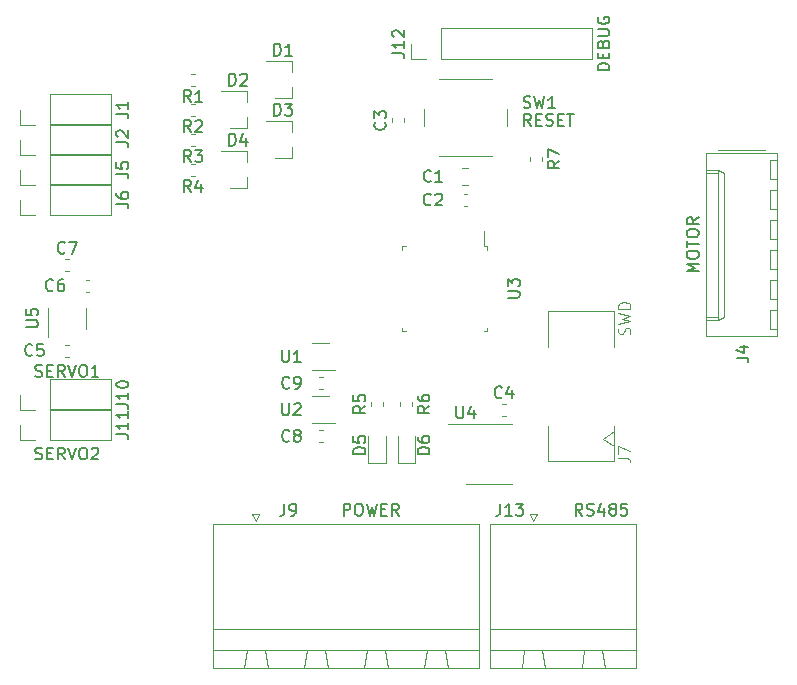
<source format=gto>
G04 #@! TF.GenerationSoftware,KiCad,Pcbnew,5.1.6-c6e7f7d~87~ubuntu20.04.1*
G04 #@! TF.CreationDate,2020-09-30T23:59:15+01:00*
G04 #@! TF.ProjectId,motor_board,6d6f746f-725f-4626-9f61-72642e6b6963,1.0*
G04 #@! TF.SameCoordinates,PX55d4a80PY5f5e100*
G04 #@! TF.FileFunction,Legend,Top*
G04 #@! TF.FilePolarity,Positive*
%FSLAX46Y46*%
G04 Gerber Fmt 4.6, Leading zero omitted, Abs format (unit mm)*
G04 Created by KiCad (PCBNEW 5.1.6-c6e7f7d~87~ubuntu20.04.1) date 2020-09-30 23:59:15*
%MOMM*%
%LPD*%
G01*
G04 APERTURE LIST*
%ADD10C,0.120000*%
%ADD11C,0.150000*%
%ADD12O,1.800000X1.800000*%
%ADD13R,1.800000X1.800000*%
%ADD14R,0.750000X1.160000*%
%ADD15R,0.750000X0.500000*%
%ADD16C,2.100000*%
%ADD17O,2.180000X3.700000*%
%ADD18R,2.895000X0.840000*%
%ADD19O,2.290000X1.840000*%
%ADD20C,3.300000*%
%ADD21R,1.000000X0.900000*%
G04 APERTURE END LIST*
D10*
X26162779Y16990000D02*
X25837221Y16990000D01*
X26162779Y18010000D02*
X25837221Y18010000D01*
X26162779Y12490000D02*
X25837221Y12490000D01*
X26162779Y13510000D02*
X25837221Y13510000D01*
X2890000Y23900000D02*
X2890000Y21450000D01*
X6110000Y22100000D02*
X6110000Y23900000D01*
X40250000Y14060000D02*
X36800000Y14060000D01*
X40250000Y14060000D02*
X42200000Y14060000D01*
X40250000Y8940000D02*
X38300000Y8940000D01*
X40250000Y8940000D02*
X42200000Y8940000D01*
X39810000Y29110000D02*
X39810000Y30425000D01*
X40110000Y29110000D02*
X39810000Y29110000D01*
X40110000Y28810000D02*
X40110000Y29110000D01*
X40110000Y21890000D02*
X39810000Y21890000D01*
X40110000Y22190000D02*
X40110000Y21890000D01*
X32890000Y29110000D02*
X33190000Y29110000D01*
X32890000Y28810000D02*
X32890000Y29110000D01*
X32890000Y21890000D02*
X33190000Y21890000D01*
X32890000Y22190000D02*
X32890000Y21890000D01*
X26700000Y16410000D02*
X25300000Y16410000D01*
X25300000Y14090000D02*
X27200000Y14090000D01*
X26700000Y20910000D02*
X25300000Y20910000D01*
X25300000Y18590000D02*
X27200000Y18590000D01*
X34750000Y40750000D02*
X34750000Y39250000D01*
X36000000Y36750000D02*
X40500000Y36750000D01*
X41750000Y39250000D02*
X41750000Y40750000D01*
X40500000Y43250000D02*
X36000000Y43250000D01*
X44760000Y36337221D02*
X44760000Y36662779D01*
X43740000Y36337221D02*
X43740000Y36662779D01*
X33760000Y15587221D02*
X33760000Y15912779D01*
X32740000Y15587221D02*
X32740000Y15912779D01*
X31260000Y15587221D02*
X31260000Y15912779D01*
X30240000Y15587221D02*
X30240000Y15912779D01*
X15337779Y36080000D02*
X15012221Y36080000D01*
X15337779Y35060000D02*
X15012221Y35060000D01*
X15337779Y38620000D02*
X15012221Y38620000D01*
X15337779Y37600000D02*
X15012221Y37600000D01*
X15337779Y41160000D02*
X15012221Y41160000D01*
X15337779Y40140000D02*
X15012221Y40140000D01*
X15337779Y43700000D02*
X15012221Y43700000D01*
X15337779Y42680000D02*
X15012221Y42680000D01*
X43700000Y6410000D02*
X44300000Y6410000D01*
X44000000Y5810000D02*
X43700000Y6410000D01*
X44300000Y6410000D02*
X44000000Y5810000D01*
X48330000Y-5110000D02*
X48080000Y-6610000D01*
X49830000Y-5110000D02*
X48330000Y-5110000D01*
X50080000Y-6610000D02*
X49830000Y-5110000D01*
X48080000Y-6610000D02*
X50080000Y-6610000D01*
X43250000Y-5110000D02*
X43000000Y-6610000D01*
X44750000Y-5110000D02*
X43250000Y-5110000D01*
X45000000Y-6610000D02*
X44750000Y-5110000D01*
X43000000Y-6610000D02*
X45000000Y-6610000D01*
X52730000Y-5110000D02*
X40350000Y-5110000D01*
X52730000Y-3310000D02*
X52730000Y-5110000D01*
X40350000Y-3310000D02*
X52730000Y-3310000D01*
X40350000Y-5110000D02*
X40350000Y-3310000D01*
X52730000Y5610000D02*
X40350000Y5610000D01*
X52730000Y-6610000D02*
X52730000Y5610000D01*
X40350000Y-6610000D02*
X52730000Y-6610000D01*
X40350000Y5610000D02*
X40350000Y-6610000D01*
X33620000Y44920000D02*
X33620000Y46250000D01*
X34950000Y44920000D02*
X33620000Y44920000D01*
X36220000Y44920000D02*
X36220000Y47580000D01*
X36220000Y47580000D02*
X48980000Y47580000D01*
X36220000Y44920000D02*
X48980000Y44920000D01*
X48980000Y44920000D02*
X48980000Y47580000D01*
X510000Y12650000D02*
X510000Y13980000D01*
X1840000Y12650000D02*
X510000Y12650000D01*
X3110000Y12650000D02*
X3110000Y15310000D01*
X3110000Y15310000D02*
X8250000Y15310000D01*
X3110000Y12650000D02*
X8250000Y12650000D01*
X8250000Y12650000D02*
X8250000Y15310000D01*
X510000Y15190000D02*
X510000Y16520000D01*
X1840000Y15190000D02*
X510000Y15190000D01*
X3110000Y15190000D02*
X3110000Y17850000D01*
X3110000Y17850000D02*
X8250000Y17850000D01*
X3110000Y15190000D02*
X8250000Y15190000D01*
X8250000Y15190000D02*
X8250000Y17850000D01*
X20200000Y6410000D02*
X20800000Y6410000D01*
X20500000Y5810000D02*
X20200000Y6410000D01*
X20800000Y6410000D02*
X20500000Y5810000D01*
X34990000Y-5110000D02*
X34740000Y-6610000D01*
X36490000Y-5110000D02*
X34990000Y-5110000D01*
X36740000Y-6610000D02*
X36490000Y-5110000D01*
X34740000Y-6610000D02*
X36740000Y-6610000D01*
X29910000Y-5110000D02*
X29660000Y-6610000D01*
X31410000Y-5110000D02*
X29910000Y-5110000D01*
X31660000Y-6610000D02*
X31410000Y-5110000D01*
X29660000Y-6610000D02*
X31660000Y-6610000D01*
X24830000Y-5110000D02*
X24580000Y-6610000D01*
X26330000Y-5110000D02*
X24830000Y-5110000D01*
X26580000Y-6610000D02*
X26330000Y-5110000D01*
X24580000Y-6610000D02*
X26580000Y-6610000D01*
X19750000Y-5110000D02*
X19500000Y-6610000D01*
X21250000Y-5110000D02*
X19750000Y-5110000D01*
X21500000Y-6610000D02*
X21250000Y-5110000D01*
X19500000Y-6610000D02*
X21500000Y-6610000D01*
X39390000Y-5110000D02*
X16850000Y-5110000D01*
X39390000Y-3310000D02*
X39390000Y-5110000D01*
X16850000Y-3310000D02*
X39390000Y-3310000D01*
X16850000Y-5110000D02*
X16850000Y-3310000D01*
X39390000Y5610000D02*
X16850000Y5610000D01*
X39390000Y-6610000D02*
X39390000Y5610000D01*
X16850000Y-6610000D02*
X39390000Y-6610000D01*
X16850000Y5610000D02*
X16850000Y-6610000D01*
X49905000Y12805000D02*
X50794000Y13440000D01*
X50794000Y12170000D02*
X49905000Y12805000D01*
X50800000Y10900000D02*
X50800000Y13900000D01*
X50800000Y23600000D02*
X50800000Y20600000D01*
X45200000Y23600000D02*
X45200000Y20600000D01*
X45200000Y10900000D02*
X45200000Y13900000D01*
X45200000Y10900000D02*
X50800000Y10900000D01*
X50800000Y23600000D02*
X45200000Y23600000D01*
X510000Y31700000D02*
X510000Y33030000D01*
X1840000Y31700000D02*
X510000Y31700000D01*
X3110000Y31700000D02*
X3110000Y34360000D01*
X3110000Y34360000D02*
X8250000Y34360000D01*
X3110000Y31700000D02*
X8250000Y31700000D01*
X8250000Y31700000D02*
X8250000Y34360000D01*
X510000Y34240000D02*
X510000Y35570000D01*
X1840000Y34240000D02*
X510000Y34240000D01*
X3110000Y34240000D02*
X3110000Y36900000D01*
X3110000Y36900000D02*
X8250000Y36900000D01*
X3110000Y34240000D02*
X8250000Y34240000D01*
X8250000Y34240000D02*
X8250000Y36900000D01*
X64050000Y22070000D02*
X64650000Y22070000D01*
X64050000Y23670000D02*
X64050000Y22070000D01*
X64650000Y23670000D02*
X64050000Y23670000D01*
X64050000Y24610000D02*
X64650000Y24610000D01*
X64050000Y26210000D02*
X64050000Y24610000D01*
X64650000Y26210000D02*
X64050000Y26210000D01*
X64050000Y27150000D02*
X64650000Y27150000D01*
X64050000Y28750000D02*
X64050000Y27150000D01*
X64650000Y28750000D02*
X64050000Y28750000D01*
X64050000Y29690000D02*
X64650000Y29690000D01*
X64050000Y31290000D02*
X64050000Y29690000D01*
X64650000Y31290000D02*
X64050000Y31290000D01*
X64050000Y32230000D02*
X64650000Y32230000D01*
X64050000Y33830000D02*
X64050000Y32230000D01*
X64650000Y33830000D02*
X64050000Y33830000D01*
X64050000Y34770000D02*
X64650000Y34770000D01*
X64050000Y36370000D02*
X64050000Y34770000D01*
X64650000Y36370000D02*
X64050000Y36370000D01*
X58630000Y23120000D02*
X59630000Y23120000D01*
X58630000Y35320000D02*
X59630000Y35320000D01*
X60160000Y23120000D02*
X59630000Y22870000D01*
X60160000Y35320000D02*
X60160000Y23120000D01*
X59630000Y35570000D02*
X60160000Y35320000D01*
X59630000Y22870000D02*
X58630000Y22870000D01*
X59630000Y35570000D02*
X59630000Y22870000D01*
X58630000Y35570000D02*
X59630000Y35570000D01*
X63620000Y37240000D02*
X59620000Y37240000D01*
X64650000Y21490000D02*
X64650000Y36950000D01*
X58630000Y21490000D02*
X64650000Y21490000D01*
X58630000Y36950000D02*
X58630000Y21490000D01*
X64650000Y36950000D02*
X58630000Y36950000D01*
X510000Y36780000D02*
X510000Y38110000D01*
X1840000Y36780000D02*
X510000Y36780000D01*
X3110000Y36780000D02*
X3110000Y39440000D01*
X3110000Y39440000D02*
X8250000Y39440000D01*
X3110000Y36780000D02*
X8250000Y36780000D01*
X8250000Y36780000D02*
X8250000Y39440000D01*
X510000Y39320000D02*
X510000Y40650000D01*
X1840000Y39320000D02*
X510000Y39320000D01*
X3110000Y39320000D02*
X3110000Y41980000D01*
X3110000Y41980000D02*
X8250000Y41980000D01*
X3110000Y39320000D02*
X8250000Y39320000D01*
X8250000Y39320000D02*
X8250000Y41980000D01*
X33985000Y10765000D02*
X33985000Y13050000D01*
X32515000Y10765000D02*
X33985000Y10765000D01*
X32515000Y13050000D02*
X32515000Y10765000D01*
X31485000Y10765000D02*
X31485000Y13050000D01*
X30015000Y10765000D02*
X31485000Y10765000D01*
X30015000Y13050000D02*
X30015000Y10765000D01*
X19745000Y33990000D02*
X18285000Y33990000D01*
X19745000Y37150000D02*
X17585000Y37150000D01*
X19745000Y37150000D02*
X19745000Y36220000D01*
X19745000Y33990000D02*
X19745000Y34920000D01*
X23555000Y36530000D02*
X22095000Y36530000D01*
X23555000Y39690000D02*
X21395000Y39690000D01*
X23555000Y39690000D02*
X23555000Y38760000D01*
X23555000Y36530000D02*
X23555000Y37460000D01*
X19745000Y39070000D02*
X18285000Y39070000D01*
X19745000Y42230000D02*
X17585000Y42230000D01*
X19745000Y42230000D02*
X19745000Y41300000D01*
X19745000Y39070000D02*
X19745000Y40000000D01*
X23555000Y41610000D02*
X22095000Y41610000D01*
X23555000Y44770000D02*
X21395000Y44770000D01*
X23555000Y44770000D02*
X23555000Y43840000D01*
X23555000Y41610000D02*
X23555000Y42540000D01*
X4337221Y26990000D02*
X4662779Y26990000D01*
X4337221Y28010000D02*
X4662779Y28010000D01*
X6087221Y25240000D02*
X6412779Y25240000D01*
X6087221Y26260000D02*
X6412779Y26260000D01*
X4337221Y19740000D02*
X4662779Y19740000D01*
X4337221Y20760000D02*
X4662779Y20760000D01*
X41337221Y14740000D02*
X41662779Y14740000D01*
X41337221Y15760000D02*
X41662779Y15760000D01*
X33010000Y39587221D02*
X33010000Y39912779D01*
X31990000Y39587221D02*
X31990000Y39912779D01*
X38087221Y32490000D02*
X38412779Y32490000D01*
X38087221Y33510000D02*
X38412779Y33510000D01*
X37991422Y34290000D02*
X38508578Y34290000D01*
X37991422Y35710000D02*
X38508578Y35710000D01*
D11*
X23333333Y17142858D02*
X23285714Y17095239D01*
X23142857Y17047620D01*
X23047619Y17047620D01*
X22904761Y17095239D01*
X22809523Y17190477D01*
X22761904Y17285715D01*
X22714285Y17476191D01*
X22714285Y17619048D01*
X22761904Y17809524D01*
X22809523Y17904762D01*
X22904761Y18000000D01*
X23047619Y18047620D01*
X23142857Y18047620D01*
X23285714Y18000000D01*
X23333333Y17952381D01*
X23809523Y17047620D02*
X24000000Y17047620D01*
X24095238Y17095239D01*
X24142857Y17142858D01*
X24238095Y17285715D01*
X24285714Y17476191D01*
X24285714Y17857143D01*
X24238095Y17952381D01*
X24190476Y18000000D01*
X24095238Y18047620D01*
X23904761Y18047620D01*
X23809523Y18000000D01*
X23761904Y17952381D01*
X23714285Y17857143D01*
X23714285Y17619048D01*
X23761904Y17523810D01*
X23809523Y17476191D01*
X23904761Y17428572D01*
X24095238Y17428572D01*
X24190476Y17476191D01*
X24238095Y17523810D01*
X24285714Y17619048D01*
X23333333Y12642858D02*
X23285714Y12595239D01*
X23142857Y12547620D01*
X23047619Y12547620D01*
X22904761Y12595239D01*
X22809523Y12690477D01*
X22761904Y12785715D01*
X22714285Y12976191D01*
X22714285Y13119048D01*
X22761904Y13309524D01*
X22809523Y13404762D01*
X22904761Y13500000D01*
X23047619Y13547620D01*
X23142857Y13547620D01*
X23285714Y13500000D01*
X23333333Y13452381D01*
X23904761Y13119048D02*
X23809523Y13166667D01*
X23761904Y13214286D01*
X23714285Y13309524D01*
X23714285Y13357143D01*
X23761904Y13452381D01*
X23809523Y13500000D01*
X23904761Y13547620D01*
X24095238Y13547620D01*
X24190476Y13500000D01*
X24238095Y13452381D01*
X24285714Y13357143D01*
X24285714Y13309524D01*
X24238095Y13214286D01*
X24190476Y13166667D01*
X24095238Y13119048D01*
X23904761Y13119048D01*
X23809523Y13071429D01*
X23761904Y13023810D01*
X23714285Y12928572D01*
X23714285Y12738096D01*
X23761904Y12642858D01*
X23809523Y12595239D01*
X23904761Y12547620D01*
X24095238Y12547620D01*
X24190476Y12595239D01*
X24238095Y12642858D01*
X24285714Y12738096D01*
X24285714Y12928572D01*
X24238095Y13023810D01*
X24190476Y13071429D01*
X24095238Y13119048D01*
X1052380Y22238096D02*
X1861904Y22238096D01*
X1957142Y22285715D01*
X2004761Y22333334D01*
X2052380Y22428572D01*
X2052380Y22619048D01*
X2004761Y22714286D01*
X1957142Y22761905D01*
X1861904Y22809524D01*
X1052380Y22809524D01*
X1052380Y23761905D02*
X1052380Y23285715D01*
X1528571Y23238096D01*
X1480952Y23285715D01*
X1433333Y23380953D01*
X1433333Y23619048D01*
X1480952Y23714286D01*
X1528571Y23761905D01*
X1623809Y23809524D01*
X1861904Y23809524D01*
X1957142Y23761905D01*
X2004761Y23714286D01*
X2052380Y23619048D01*
X2052380Y23380953D01*
X2004761Y23285715D01*
X1957142Y23238096D01*
X37488095Y15547620D02*
X37488095Y14738096D01*
X37535714Y14642858D01*
X37583333Y14595239D01*
X37678571Y14547620D01*
X37869047Y14547620D01*
X37964285Y14595239D01*
X38011904Y14642858D01*
X38059523Y14738096D01*
X38059523Y15547620D01*
X38964285Y15214286D02*
X38964285Y14547620D01*
X38726190Y15595239D02*
X38488095Y14880953D01*
X39107142Y14880953D01*
X41832380Y24738096D02*
X42641904Y24738096D01*
X42737142Y24785715D01*
X42784761Y24833334D01*
X42832380Y24928572D01*
X42832380Y25119048D01*
X42784761Y25214286D01*
X42737142Y25261905D01*
X42641904Y25309524D01*
X41832380Y25309524D01*
X41832380Y25690477D02*
X41832380Y26309524D01*
X42213333Y25976191D01*
X42213333Y26119048D01*
X42260952Y26214286D01*
X42308571Y26261905D01*
X42403809Y26309524D01*
X42641904Y26309524D01*
X42737142Y26261905D01*
X42784761Y26214286D01*
X42832380Y26119048D01*
X42832380Y25833334D01*
X42784761Y25738096D01*
X42737142Y25690477D01*
X22738095Y15797620D02*
X22738095Y14988096D01*
X22785714Y14892858D01*
X22833333Y14845239D01*
X22928571Y14797620D01*
X23119047Y14797620D01*
X23214285Y14845239D01*
X23261904Y14892858D01*
X23309523Y14988096D01*
X23309523Y15797620D01*
X23738095Y15702381D02*
X23785714Y15750000D01*
X23880952Y15797620D01*
X24119047Y15797620D01*
X24214285Y15750000D01*
X24261904Y15702381D01*
X24309523Y15607143D01*
X24309523Y15511905D01*
X24261904Y15369048D01*
X23690476Y14797620D01*
X24309523Y14797620D01*
X22738095Y20297620D02*
X22738095Y19488096D01*
X22785714Y19392858D01*
X22833333Y19345239D01*
X22928571Y19297620D01*
X23119047Y19297620D01*
X23214285Y19345239D01*
X23261904Y19392858D01*
X23309523Y19488096D01*
X23309523Y20297620D01*
X24309523Y19297620D02*
X23738095Y19297620D01*
X24023809Y19297620D02*
X24023809Y20297620D01*
X23928571Y20154762D01*
X23833333Y20059524D01*
X23738095Y20011905D01*
X43166666Y40845239D02*
X43309523Y40797620D01*
X43547619Y40797620D01*
X43642857Y40845239D01*
X43690476Y40892858D01*
X43738095Y40988096D01*
X43738095Y41083334D01*
X43690476Y41178572D01*
X43642857Y41226191D01*
X43547619Y41273810D01*
X43357142Y41321429D01*
X43261904Y41369048D01*
X43214285Y41416667D01*
X43166666Y41511905D01*
X43166666Y41607143D01*
X43214285Y41702381D01*
X43261904Y41750000D01*
X43357142Y41797620D01*
X43595238Y41797620D01*
X43738095Y41750000D01*
X44071428Y41797620D02*
X44309523Y40797620D01*
X44500000Y41511905D01*
X44690476Y40797620D01*
X44928571Y41797620D01*
X45833333Y40797620D02*
X45261904Y40797620D01*
X45547619Y40797620D02*
X45547619Y41797620D01*
X45452380Y41654762D01*
X45357142Y41559524D01*
X45261904Y41511905D01*
X43797619Y39297620D02*
X43464285Y39773810D01*
X43226190Y39297620D02*
X43226190Y40297620D01*
X43607142Y40297620D01*
X43702380Y40250000D01*
X43750000Y40202381D01*
X43797619Y40107143D01*
X43797619Y39964286D01*
X43750000Y39869048D01*
X43702380Y39821429D01*
X43607142Y39773810D01*
X43226190Y39773810D01*
X44226190Y39821429D02*
X44559523Y39821429D01*
X44702380Y39297620D02*
X44226190Y39297620D01*
X44226190Y40297620D01*
X44702380Y40297620D01*
X45083333Y39345239D02*
X45226190Y39297620D01*
X45464285Y39297620D01*
X45559523Y39345239D01*
X45607142Y39392858D01*
X45654761Y39488096D01*
X45654761Y39583334D01*
X45607142Y39678572D01*
X45559523Y39726191D01*
X45464285Y39773810D01*
X45273809Y39821429D01*
X45178571Y39869048D01*
X45130952Y39916667D01*
X45083333Y40011905D01*
X45083333Y40107143D01*
X45130952Y40202381D01*
X45178571Y40250000D01*
X45273809Y40297620D01*
X45511904Y40297620D01*
X45654761Y40250000D01*
X46083333Y39821429D02*
X46416666Y39821429D01*
X46559523Y39297620D02*
X46083333Y39297620D01*
X46083333Y40297620D01*
X46559523Y40297620D01*
X46845238Y40297620D02*
X47416666Y40297620D01*
X47130952Y39297620D02*
X47130952Y40297620D01*
X46202380Y36333334D02*
X45726190Y36000000D01*
X46202380Y35761905D02*
X45202380Y35761905D01*
X45202380Y36142858D01*
X45250000Y36238096D01*
X45297619Y36285715D01*
X45392857Y36333334D01*
X45535714Y36333334D01*
X45630952Y36285715D01*
X45678571Y36238096D01*
X45726190Y36142858D01*
X45726190Y35761905D01*
X45202380Y36666667D02*
X45202380Y37333334D01*
X46202380Y36904762D01*
X35202380Y15583334D02*
X34726190Y15250000D01*
X35202380Y15011905D02*
X34202380Y15011905D01*
X34202380Y15392858D01*
X34250000Y15488096D01*
X34297619Y15535715D01*
X34392857Y15583334D01*
X34535714Y15583334D01*
X34630952Y15535715D01*
X34678571Y15488096D01*
X34726190Y15392858D01*
X34726190Y15011905D01*
X34202380Y16440477D02*
X34202380Y16250000D01*
X34250000Y16154762D01*
X34297619Y16107143D01*
X34440476Y16011905D01*
X34630952Y15964286D01*
X35011904Y15964286D01*
X35107142Y16011905D01*
X35154761Y16059524D01*
X35202380Y16154762D01*
X35202380Y16345239D01*
X35154761Y16440477D01*
X35107142Y16488096D01*
X35011904Y16535715D01*
X34773809Y16535715D01*
X34678571Y16488096D01*
X34630952Y16440477D01*
X34583333Y16345239D01*
X34583333Y16154762D01*
X34630952Y16059524D01*
X34678571Y16011905D01*
X34773809Y15964286D01*
X29772380Y15583334D02*
X29296190Y15250000D01*
X29772380Y15011905D02*
X28772380Y15011905D01*
X28772380Y15392858D01*
X28820000Y15488096D01*
X28867619Y15535715D01*
X28962857Y15583334D01*
X29105714Y15583334D01*
X29200952Y15535715D01*
X29248571Y15488096D01*
X29296190Y15392858D01*
X29296190Y15011905D01*
X28772380Y16488096D02*
X28772380Y16011905D01*
X29248571Y15964286D01*
X29200952Y16011905D01*
X29153333Y16107143D01*
X29153333Y16345239D01*
X29200952Y16440477D01*
X29248571Y16488096D01*
X29343809Y16535715D01*
X29581904Y16535715D01*
X29677142Y16488096D01*
X29724761Y16440477D01*
X29772380Y16345239D01*
X29772380Y16107143D01*
X29724761Y16011905D01*
X29677142Y15964286D01*
X15008333Y33687620D02*
X14675000Y34163810D01*
X14436904Y33687620D02*
X14436904Y34687620D01*
X14817857Y34687620D01*
X14913095Y34640000D01*
X14960714Y34592381D01*
X15008333Y34497143D01*
X15008333Y34354286D01*
X14960714Y34259048D01*
X14913095Y34211429D01*
X14817857Y34163810D01*
X14436904Y34163810D01*
X15865476Y34354286D02*
X15865476Y33687620D01*
X15627380Y34735239D02*
X15389285Y34020953D01*
X16008333Y34020953D01*
X15008333Y36227620D02*
X14675000Y36703810D01*
X14436904Y36227620D02*
X14436904Y37227620D01*
X14817857Y37227620D01*
X14913095Y37180000D01*
X14960714Y37132381D01*
X15008333Y37037143D01*
X15008333Y36894286D01*
X14960714Y36799048D01*
X14913095Y36751429D01*
X14817857Y36703810D01*
X14436904Y36703810D01*
X15341666Y37227620D02*
X15960714Y37227620D01*
X15627380Y36846667D01*
X15770238Y36846667D01*
X15865476Y36799048D01*
X15913095Y36751429D01*
X15960714Y36656191D01*
X15960714Y36418096D01*
X15913095Y36322858D01*
X15865476Y36275239D01*
X15770238Y36227620D01*
X15484523Y36227620D01*
X15389285Y36275239D01*
X15341666Y36322858D01*
X15008333Y38767620D02*
X14675000Y39243810D01*
X14436904Y38767620D02*
X14436904Y39767620D01*
X14817857Y39767620D01*
X14913095Y39720000D01*
X14960714Y39672381D01*
X15008333Y39577143D01*
X15008333Y39434286D01*
X14960714Y39339048D01*
X14913095Y39291429D01*
X14817857Y39243810D01*
X14436904Y39243810D01*
X15389285Y39672381D02*
X15436904Y39720000D01*
X15532142Y39767620D01*
X15770238Y39767620D01*
X15865476Y39720000D01*
X15913095Y39672381D01*
X15960714Y39577143D01*
X15960714Y39481905D01*
X15913095Y39339048D01*
X15341666Y38767620D01*
X15960714Y38767620D01*
X15008333Y41307620D02*
X14675000Y41783810D01*
X14436904Y41307620D02*
X14436904Y42307620D01*
X14817857Y42307620D01*
X14913095Y42260000D01*
X14960714Y42212381D01*
X15008333Y42117143D01*
X15008333Y41974286D01*
X14960714Y41879048D01*
X14913095Y41831429D01*
X14817857Y41783810D01*
X14436904Y41783810D01*
X15960714Y41307620D02*
X15389285Y41307620D01*
X15675000Y41307620D02*
X15675000Y42307620D01*
X15579761Y42164762D01*
X15484523Y42069524D01*
X15389285Y42021905D01*
X41190476Y7297620D02*
X41190476Y6583334D01*
X41142857Y6440477D01*
X41047619Y6345239D01*
X40904761Y6297620D01*
X40809523Y6297620D01*
X42190476Y6297620D02*
X41619047Y6297620D01*
X41904761Y6297620D02*
X41904761Y7297620D01*
X41809523Y7154762D01*
X41714285Y7059524D01*
X41619047Y7011905D01*
X42523809Y7297620D02*
X43142857Y7297620D01*
X42809523Y6916667D01*
X42952380Y6916667D01*
X43047619Y6869048D01*
X43095238Y6821429D01*
X43142857Y6726191D01*
X43142857Y6488096D01*
X43095238Y6392858D01*
X43047619Y6345239D01*
X42952380Y6297620D01*
X42666666Y6297620D01*
X42571428Y6345239D01*
X42523809Y6392858D01*
X48154761Y6297620D02*
X47821428Y6773810D01*
X47583333Y6297620D02*
X47583333Y7297620D01*
X47964285Y7297620D01*
X48059523Y7250000D01*
X48107142Y7202381D01*
X48154761Y7107143D01*
X48154761Y6964286D01*
X48107142Y6869048D01*
X48059523Y6821429D01*
X47964285Y6773810D01*
X47583333Y6773810D01*
X48535714Y6345239D02*
X48678571Y6297620D01*
X48916666Y6297620D01*
X49011904Y6345239D01*
X49059523Y6392858D01*
X49107142Y6488096D01*
X49107142Y6583334D01*
X49059523Y6678572D01*
X49011904Y6726191D01*
X48916666Y6773810D01*
X48726190Y6821429D01*
X48630952Y6869048D01*
X48583333Y6916667D01*
X48535714Y7011905D01*
X48535714Y7107143D01*
X48583333Y7202381D01*
X48630952Y7250000D01*
X48726190Y7297620D01*
X48964285Y7297620D01*
X49107142Y7250000D01*
X49964285Y6964286D02*
X49964285Y6297620D01*
X49726190Y7345239D02*
X49488095Y6630953D01*
X50107142Y6630953D01*
X50630952Y6869048D02*
X50535714Y6916667D01*
X50488095Y6964286D01*
X50440476Y7059524D01*
X50440476Y7107143D01*
X50488095Y7202381D01*
X50535714Y7250000D01*
X50630952Y7297620D01*
X50821428Y7297620D01*
X50916666Y7250000D01*
X50964285Y7202381D01*
X51011904Y7107143D01*
X51011904Y7059524D01*
X50964285Y6964286D01*
X50916666Y6916667D01*
X50821428Y6869048D01*
X50630952Y6869048D01*
X50535714Y6821429D01*
X50488095Y6773810D01*
X50440476Y6678572D01*
X50440476Y6488096D01*
X50488095Y6392858D01*
X50535714Y6345239D01*
X50630952Y6297620D01*
X50821428Y6297620D01*
X50916666Y6345239D01*
X50964285Y6392858D01*
X51011904Y6488096D01*
X51011904Y6678572D01*
X50964285Y6773810D01*
X50916666Y6821429D01*
X50821428Y6869048D01*
X51916666Y7297620D02*
X51440476Y7297620D01*
X51392857Y6821429D01*
X51440476Y6869048D01*
X51535714Y6916667D01*
X51773809Y6916667D01*
X51869047Y6869048D01*
X51916666Y6821429D01*
X51964285Y6726191D01*
X51964285Y6488096D01*
X51916666Y6392858D01*
X51869047Y6345239D01*
X51773809Y6297620D01*
X51535714Y6297620D01*
X51440476Y6345239D01*
X51392857Y6392858D01*
X32072380Y45440477D02*
X32786666Y45440477D01*
X32929523Y45392858D01*
X33024761Y45297620D01*
X33072380Y45154762D01*
X33072380Y45059524D01*
X33072380Y46440477D02*
X33072380Y45869048D01*
X33072380Y46154762D02*
X32072380Y46154762D01*
X32215238Y46059524D01*
X32310476Y45964286D01*
X32358095Y45869048D01*
X32167619Y46821429D02*
X32120000Y46869048D01*
X32072380Y46964286D01*
X32072380Y47202381D01*
X32120000Y47297620D01*
X32167619Y47345239D01*
X32262857Y47392858D01*
X32358095Y47392858D01*
X32500952Y47345239D01*
X33072380Y46773810D01*
X33072380Y47392858D01*
X50432380Y44011905D02*
X49432380Y44011905D01*
X49432380Y44250000D01*
X49480000Y44392858D01*
X49575238Y44488096D01*
X49670476Y44535715D01*
X49860952Y44583334D01*
X50003809Y44583334D01*
X50194285Y44535715D01*
X50289523Y44488096D01*
X50384761Y44392858D01*
X50432380Y44250000D01*
X50432380Y44011905D01*
X49908571Y45011905D02*
X49908571Y45345239D01*
X50432380Y45488096D02*
X50432380Y45011905D01*
X49432380Y45011905D01*
X49432380Y45488096D01*
X49908571Y46250000D02*
X49956190Y46392858D01*
X50003809Y46440477D01*
X50099047Y46488096D01*
X50241904Y46488096D01*
X50337142Y46440477D01*
X50384761Y46392858D01*
X50432380Y46297620D01*
X50432380Y45916667D01*
X49432380Y45916667D01*
X49432380Y46250000D01*
X49480000Y46345239D01*
X49527619Y46392858D01*
X49622857Y46440477D01*
X49718095Y46440477D01*
X49813333Y46392858D01*
X49860952Y46345239D01*
X49908571Y46250000D01*
X49908571Y45916667D01*
X49432380Y46916667D02*
X50241904Y46916667D01*
X50337142Y46964286D01*
X50384761Y47011905D01*
X50432380Y47107143D01*
X50432380Y47297620D01*
X50384761Y47392858D01*
X50337142Y47440477D01*
X50241904Y47488096D01*
X49432380Y47488096D01*
X49480000Y48488096D02*
X49432380Y48392858D01*
X49432380Y48250000D01*
X49480000Y48107143D01*
X49575238Y48011905D01*
X49670476Y47964286D01*
X49860952Y47916667D01*
X50003809Y47916667D01*
X50194285Y47964286D01*
X50289523Y48011905D01*
X50384761Y48107143D01*
X50432380Y48250000D01*
X50432380Y48345239D01*
X50384761Y48488096D01*
X50337142Y48535715D01*
X50003809Y48535715D01*
X50003809Y48345239D01*
X8702380Y13170477D02*
X9416666Y13170477D01*
X9559523Y13122858D01*
X9654761Y13027620D01*
X9702380Y12884762D01*
X9702380Y12789524D01*
X9702380Y14170477D02*
X9702380Y13599048D01*
X9702380Y13884762D02*
X8702380Y13884762D01*
X8845238Y13789524D01*
X8940476Y13694286D01*
X8988095Y13599048D01*
X9702380Y15122858D02*
X9702380Y14551429D01*
X9702380Y14837143D02*
X8702380Y14837143D01*
X8845238Y14741905D01*
X8940476Y14646667D01*
X8988095Y14551429D01*
X1833333Y11095239D02*
X1976190Y11047620D01*
X2214285Y11047620D01*
X2309523Y11095239D01*
X2357142Y11142858D01*
X2404761Y11238096D01*
X2404761Y11333334D01*
X2357142Y11428572D01*
X2309523Y11476191D01*
X2214285Y11523810D01*
X2023809Y11571429D01*
X1928571Y11619048D01*
X1880952Y11666667D01*
X1833333Y11761905D01*
X1833333Y11857143D01*
X1880952Y11952381D01*
X1928571Y12000000D01*
X2023809Y12047620D01*
X2261904Y12047620D01*
X2404761Y12000000D01*
X2833333Y11571429D02*
X3166666Y11571429D01*
X3309523Y11047620D02*
X2833333Y11047620D01*
X2833333Y12047620D01*
X3309523Y12047620D01*
X4309523Y11047620D02*
X3976190Y11523810D01*
X3738095Y11047620D02*
X3738095Y12047620D01*
X4119047Y12047620D01*
X4214285Y12000000D01*
X4261904Y11952381D01*
X4309523Y11857143D01*
X4309523Y11714286D01*
X4261904Y11619048D01*
X4214285Y11571429D01*
X4119047Y11523810D01*
X3738095Y11523810D01*
X4595238Y12047620D02*
X4928571Y11047620D01*
X5261904Y12047620D01*
X5785714Y12047620D02*
X5976190Y12047620D01*
X6071428Y12000000D01*
X6166666Y11904762D01*
X6214285Y11714286D01*
X6214285Y11380953D01*
X6166666Y11190477D01*
X6071428Y11095239D01*
X5976190Y11047620D01*
X5785714Y11047620D01*
X5690476Y11095239D01*
X5595238Y11190477D01*
X5547619Y11380953D01*
X5547619Y11714286D01*
X5595238Y11904762D01*
X5690476Y12000000D01*
X5785714Y12047620D01*
X6595238Y11952381D02*
X6642857Y12000000D01*
X6738095Y12047620D01*
X6976190Y12047620D01*
X7071428Y12000000D01*
X7119047Y11952381D01*
X7166666Y11857143D01*
X7166666Y11761905D01*
X7119047Y11619048D01*
X6547619Y11047620D01*
X7166666Y11047620D01*
X8702380Y15710477D02*
X9416666Y15710477D01*
X9559523Y15662858D01*
X9654761Y15567620D01*
X9702380Y15424762D01*
X9702380Y15329524D01*
X9702380Y16710477D02*
X9702380Y16139048D01*
X9702380Y16424762D02*
X8702380Y16424762D01*
X8845238Y16329524D01*
X8940476Y16234286D01*
X8988095Y16139048D01*
X8702380Y17329524D02*
X8702380Y17424762D01*
X8750000Y17520000D01*
X8797619Y17567620D01*
X8892857Y17615239D01*
X9083333Y17662858D01*
X9321428Y17662858D01*
X9511904Y17615239D01*
X9607142Y17567620D01*
X9654761Y17520000D01*
X9702380Y17424762D01*
X9702380Y17329524D01*
X9654761Y17234286D01*
X9607142Y17186667D01*
X9511904Y17139048D01*
X9321428Y17091429D01*
X9083333Y17091429D01*
X8892857Y17139048D01*
X8797619Y17186667D01*
X8750000Y17234286D01*
X8702380Y17329524D01*
X1833333Y18095239D02*
X1976190Y18047620D01*
X2214285Y18047620D01*
X2309523Y18095239D01*
X2357142Y18142858D01*
X2404761Y18238096D01*
X2404761Y18333334D01*
X2357142Y18428572D01*
X2309523Y18476191D01*
X2214285Y18523810D01*
X2023809Y18571429D01*
X1928571Y18619048D01*
X1880952Y18666667D01*
X1833333Y18761905D01*
X1833333Y18857143D01*
X1880952Y18952381D01*
X1928571Y19000000D01*
X2023809Y19047620D01*
X2261904Y19047620D01*
X2404761Y19000000D01*
X2833333Y18571429D02*
X3166666Y18571429D01*
X3309523Y18047620D02*
X2833333Y18047620D01*
X2833333Y19047620D01*
X3309523Y19047620D01*
X4309523Y18047620D02*
X3976190Y18523810D01*
X3738095Y18047620D02*
X3738095Y19047620D01*
X4119047Y19047620D01*
X4214285Y19000000D01*
X4261904Y18952381D01*
X4309523Y18857143D01*
X4309523Y18714286D01*
X4261904Y18619048D01*
X4214285Y18571429D01*
X4119047Y18523810D01*
X3738095Y18523810D01*
X4595238Y19047620D02*
X4928571Y18047620D01*
X5261904Y19047620D01*
X5785714Y19047620D02*
X5976190Y19047620D01*
X6071428Y19000000D01*
X6166666Y18904762D01*
X6214285Y18714286D01*
X6214285Y18380953D01*
X6166666Y18190477D01*
X6071428Y18095239D01*
X5976190Y18047620D01*
X5785714Y18047620D01*
X5690476Y18095239D01*
X5595238Y18190477D01*
X5547619Y18380953D01*
X5547619Y18714286D01*
X5595238Y18904762D01*
X5690476Y19000000D01*
X5785714Y19047620D01*
X7166666Y18047620D02*
X6595238Y18047620D01*
X6880952Y18047620D02*
X6880952Y19047620D01*
X6785714Y18904762D01*
X6690476Y18809524D01*
X6595238Y18761905D01*
X22916666Y7297620D02*
X22916666Y6583334D01*
X22869047Y6440477D01*
X22773809Y6345239D01*
X22630952Y6297620D01*
X22535714Y6297620D01*
X23440476Y6297620D02*
X23630952Y6297620D01*
X23726190Y6345239D01*
X23773809Y6392858D01*
X23869047Y6535715D01*
X23916666Y6726191D01*
X23916666Y7107143D01*
X23869047Y7202381D01*
X23821428Y7250000D01*
X23726190Y7297620D01*
X23535714Y7297620D01*
X23440476Y7250000D01*
X23392857Y7202381D01*
X23345238Y7107143D01*
X23345238Y6869048D01*
X23392857Y6773810D01*
X23440476Y6726191D01*
X23535714Y6678572D01*
X23726190Y6678572D01*
X23821428Y6726191D01*
X23869047Y6773810D01*
X23916666Y6869048D01*
X27940476Y6297620D02*
X27940476Y7297620D01*
X28321428Y7297620D01*
X28416666Y7250000D01*
X28464285Y7202381D01*
X28511904Y7107143D01*
X28511904Y6964286D01*
X28464285Y6869048D01*
X28416666Y6821429D01*
X28321428Y6773810D01*
X27940476Y6773810D01*
X29130952Y7297620D02*
X29321428Y7297620D01*
X29416666Y7250000D01*
X29511904Y7154762D01*
X29559523Y6964286D01*
X29559523Y6630953D01*
X29511904Y6440477D01*
X29416666Y6345239D01*
X29321428Y6297620D01*
X29130952Y6297620D01*
X29035714Y6345239D01*
X28940476Y6440477D01*
X28892857Y6630953D01*
X28892857Y6964286D01*
X28940476Y7154762D01*
X29035714Y7250000D01*
X29130952Y7297620D01*
X29892857Y7297620D02*
X30130952Y6297620D01*
X30321428Y7011905D01*
X30511904Y6297620D01*
X30750000Y7297620D01*
X31130952Y6821429D02*
X31464285Y6821429D01*
X31607142Y6297620D02*
X31130952Y6297620D01*
X31130952Y7297620D01*
X31607142Y7297620D01*
X32607142Y6297620D02*
X32273809Y6773810D01*
X32035714Y6297620D02*
X32035714Y7297620D01*
X32416666Y7297620D01*
X32511904Y7250000D01*
X32559523Y7202381D01*
X32607142Y7107143D01*
X32607142Y6964286D01*
X32559523Y6869048D01*
X32511904Y6821429D01*
X32416666Y6773810D01*
X32035714Y6773810D01*
D10*
X51202380Y11166667D02*
X51916666Y11166667D01*
X52059523Y11119048D01*
X52154761Y11023810D01*
X52202380Y10880953D01*
X52202380Y10785715D01*
X51202380Y11547620D02*
X51202380Y12214286D01*
X52202380Y11785715D01*
X52154761Y21642858D02*
X52202380Y21785715D01*
X52202380Y22023810D01*
X52154761Y22119048D01*
X52107142Y22166667D01*
X52011904Y22214286D01*
X51916666Y22214286D01*
X51821428Y22166667D01*
X51773809Y22119048D01*
X51726190Y22023810D01*
X51678571Y21833334D01*
X51630952Y21738096D01*
X51583333Y21690477D01*
X51488095Y21642858D01*
X51392857Y21642858D01*
X51297619Y21690477D01*
X51250000Y21738096D01*
X51202380Y21833334D01*
X51202380Y22071429D01*
X51250000Y22214286D01*
X51202380Y22547620D02*
X52202380Y22785715D01*
X51488095Y22976191D01*
X52202380Y23166667D01*
X51202380Y23404762D01*
X52202380Y23785715D02*
X51202380Y23785715D01*
X51202380Y24023810D01*
X51250000Y24166667D01*
X51345238Y24261905D01*
X51440476Y24309524D01*
X51630952Y24357143D01*
X51773809Y24357143D01*
X51964285Y24309524D01*
X52059523Y24261905D01*
X52154761Y24166667D01*
X52202380Y24023810D01*
X52202380Y23785715D01*
D11*
X8702380Y32696667D02*
X9416666Y32696667D01*
X9559523Y32649048D01*
X9654761Y32553810D01*
X9702380Y32410953D01*
X9702380Y32315715D01*
X8702380Y33601429D02*
X8702380Y33410953D01*
X8750000Y33315715D01*
X8797619Y33268096D01*
X8940476Y33172858D01*
X9130952Y33125239D01*
X9511904Y33125239D01*
X9607142Y33172858D01*
X9654761Y33220477D01*
X9702380Y33315715D01*
X9702380Y33506191D01*
X9654761Y33601429D01*
X9607142Y33649048D01*
X9511904Y33696667D01*
X9273809Y33696667D01*
X9178571Y33649048D01*
X9130952Y33601429D01*
X9083333Y33506191D01*
X9083333Y33315715D01*
X9130952Y33220477D01*
X9178571Y33172858D01*
X9273809Y33125239D01*
X8702380Y35236667D02*
X9416666Y35236667D01*
X9559523Y35189048D01*
X9654761Y35093810D01*
X9702380Y34950953D01*
X9702380Y34855715D01*
X8702380Y36189048D02*
X8702380Y35712858D01*
X9178571Y35665239D01*
X9130952Y35712858D01*
X9083333Y35808096D01*
X9083333Y36046191D01*
X9130952Y36141429D01*
X9178571Y36189048D01*
X9273809Y36236667D01*
X9511904Y36236667D01*
X9607142Y36189048D01*
X9654761Y36141429D01*
X9702380Y36046191D01*
X9702380Y35808096D01*
X9654761Y35712858D01*
X9607142Y35665239D01*
X61202380Y19666667D02*
X61916666Y19666667D01*
X62059523Y19619048D01*
X62154761Y19523810D01*
X62202380Y19380953D01*
X62202380Y19285715D01*
X61535714Y20571429D02*
X62202380Y20571429D01*
X61154761Y20333334D02*
X61869047Y20095239D01*
X61869047Y20714286D01*
X57992380Y26958096D02*
X56992380Y26958096D01*
X57706666Y27291429D01*
X56992380Y27624762D01*
X57992380Y27624762D01*
X56992380Y28291429D02*
X56992380Y28481905D01*
X57040000Y28577143D01*
X57135238Y28672381D01*
X57325714Y28720000D01*
X57659047Y28720000D01*
X57849523Y28672381D01*
X57944761Y28577143D01*
X57992380Y28481905D01*
X57992380Y28291429D01*
X57944761Y28196191D01*
X57849523Y28100953D01*
X57659047Y28053334D01*
X57325714Y28053334D01*
X57135238Y28100953D01*
X57040000Y28196191D01*
X56992380Y28291429D01*
X56992380Y29005715D02*
X56992380Y29577143D01*
X57992380Y29291429D02*
X56992380Y29291429D01*
X56992380Y30100953D02*
X56992380Y30291429D01*
X57040000Y30386667D01*
X57135238Y30481905D01*
X57325714Y30529524D01*
X57659047Y30529524D01*
X57849523Y30481905D01*
X57944761Y30386667D01*
X57992380Y30291429D01*
X57992380Y30100953D01*
X57944761Y30005715D01*
X57849523Y29910477D01*
X57659047Y29862858D01*
X57325714Y29862858D01*
X57135238Y29910477D01*
X57040000Y30005715D01*
X56992380Y30100953D01*
X57992380Y31529524D02*
X57516190Y31196191D01*
X57992380Y30958096D02*
X56992380Y30958096D01*
X56992380Y31339048D01*
X57040000Y31434286D01*
X57087619Y31481905D01*
X57182857Y31529524D01*
X57325714Y31529524D01*
X57420952Y31481905D01*
X57468571Y31434286D01*
X57516190Y31339048D01*
X57516190Y30958096D01*
X8702380Y37916667D02*
X9416666Y37916667D01*
X9559523Y37869048D01*
X9654761Y37773810D01*
X9702380Y37630953D01*
X9702380Y37535715D01*
X8797619Y38345239D02*
X8750000Y38392858D01*
X8702380Y38488096D01*
X8702380Y38726191D01*
X8750000Y38821429D01*
X8797619Y38869048D01*
X8892857Y38916667D01*
X8988095Y38916667D01*
X9130952Y38869048D01*
X9702380Y38297620D01*
X9702380Y38916667D01*
X8702380Y40316667D02*
X9416666Y40316667D01*
X9559523Y40269048D01*
X9654761Y40173810D01*
X9702380Y40030953D01*
X9702380Y39935715D01*
X9702380Y41316667D02*
X9702380Y40745239D01*
X9702380Y41030953D02*
X8702380Y41030953D01*
X8845238Y40935715D01*
X8940476Y40840477D01*
X8988095Y40745239D01*
X35202380Y11511905D02*
X34202380Y11511905D01*
X34202380Y11750000D01*
X34250000Y11892858D01*
X34345238Y11988096D01*
X34440476Y12035715D01*
X34630952Y12083334D01*
X34773809Y12083334D01*
X34964285Y12035715D01*
X35059523Y11988096D01*
X35154761Y11892858D01*
X35202380Y11750000D01*
X35202380Y11511905D01*
X34202380Y12940477D02*
X34202380Y12750000D01*
X34250000Y12654762D01*
X34297619Y12607143D01*
X34440476Y12511905D01*
X34630952Y12464286D01*
X35011904Y12464286D01*
X35107142Y12511905D01*
X35154761Y12559524D01*
X35202380Y12654762D01*
X35202380Y12845239D01*
X35154761Y12940477D01*
X35107142Y12988096D01*
X35011904Y13035715D01*
X34773809Y13035715D01*
X34678571Y12988096D01*
X34630952Y12940477D01*
X34583333Y12845239D01*
X34583333Y12654762D01*
X34630952Y12559524D01*
X34678571Y12511905D01*
X34773809Y12464286D01*
X29772380Y11511905D02*
X28772380Y11511905D01*
X28772380Y11750000D01*
X28820000Y11892858D01*
X28915238Y11988096D01*
X29010476Y12035715D01*
X29200952Y12083334D01*
X29343809Y12083334D01*
X29534285Y12035715D01*
X29629523Y11988096D01*
X29724761Y11892858D01*
X29772380Y11750000D01*
X29772380Y11511905D01*
X28772380Y12988096D02*
X28772380Y12511905D01*
X29248571Y12464286D01*
X29200952Y12511905D01*
X29153333Y12607143D01*
X29153333Y12845239D01*
X29200952Y12940477D01*
X29248571Y12988096D01*
X29343809Y13035715D01*
X29581904Y13035715D01*
X29677142Y12988096D01*
X29724761Y12940477D01*
X29772380Y12845239D01*
X29772380Y12607143D01*
X29724761Y12511905D01*
X29677142Y12464286D01*
X18246904Y37617620D02*
X18246904Y38617620D01*
X18485000Y38617620D01*
X18627857Y38570000D01*
X18723095Y38474762D01*
X18770714Y38379524D01*
X18818333Y38189048D01*
X18818333Y38046191D01*
X18770714Y37855715D01*
X18723095Y37760477D01*
X18627857Y37665239D01*
X18485000Y37617620D01*
X18246904Y37617620D01*
X19675476Y38284286D02*
X19675476Y37617620D01*
X19437380Y38665239D02*
X19199285Y37950953D01*
X19818333Y37950953D01*
X22056904Y40157620D02*
X22056904Y41157620D01*
X22295000Y41157620D01*
X22437857Y41110000D01*
X22533095Y41014762D01*
X22580714Y40919524D01*
X22628333Y40729048D01*
X22628333Y40586191D01*
X22580714Y40395715D01*
X22533095Y40300477D01*
X22437857Y40205239D01*
X22295000Y40157620D01*
X22056904Y40157620D01*
X22961666Y41157620D02*
X23580714Y41157620D01*
X23247380Y40776667D01*
X23390238Y40776667D01*
X23485476Y40729048D01*
X23533095Y40681429D01*
X23580714Y40586191D01*
X23580714Y40348096D01*
X23533095Y40252858D01*
X23485476Y40205239D01*
X23390238Y40157620D01*
X23104523Y40157620D01*
X23009285Y40205239D01*
X22961666Y40252858D01*
X18246904Y42697620D02*
X18246904Y43697620D01*
X18485000Y43697620D01*
X18627857Y43650000D01*
X18723095Y43554762D01*
X18770714Y43459524D01*
X18818333Y43269048D01*
X18818333Y43126191D01*
X18770714Y42935715D01*
X18723095Y42840477D01*
X18627857Y42745239D01*
X18485000Y42697620D01*
X18246904Y42697620D01*
X19199285Y43602381D02*
X19246904Y43650000D01*
X19342142Y43697620D01*
X19580238Y43697620D01*
X19675476Y43650000D01*
X19723095Y43602381D01*
X19770714Y43507143D01*
X19770714Y43411905D01*
X19723095Y43269048D01*
X19151666Y42697620D01*
X19770714Y42697620D01*
X22056904Y45237620D02*
X22056904Y46237620D01*
X22295000Y46237620D01*
X22437857Y46190000D01*
X22533095Y46094762D01*
X22580714Y45999524D01*
X22628333Y45809048D01*
X22628333Y45666191D01*
X22580714Y45475715D01*
X22533095Y45380477D01*
X22437857Y45285239D01*
X22295000Y45237620D01*
X22056904Y45237620D01*
X23580714Y45237620D02*
X23009285Y45237620D01*
X23295000Y45237620D02*
X23295000Y46237620D01*
X23199761Y46094762D01*
X23104523Y45999524D01*
X23009285Y45951905D01*
X4333333Y28572858D02*
X4285714Y28525239D01*
X4142857Y28477620D01*
X4047619Y28477620D01*
X3904761Y28525239D01*
X3809523Y28620477D01*
X3761904Y28715715D01*
X3714285Y28906191D01*
X3714285Y29049048D01*
X3761904Y29239524D01*
X3809523Y29334762D01*
X3904761Y29430000D01*
X4047619Y29477620D01*
X4142857Y29477620D01*
X4285714Y29430000D01*
X4333333Y29382381D01*
X4666666Y29477620D02*
X5333333Y29477620D01*
X4904761Y28477620D01*
X3333333Y25392858D02*
X3285714Y25345239D01*
X3142857Y25297620D01*
X3047619Y25297620D01*
X2904761Y25345239D01*
X2809523Y25440477D01*
X2761904Y25535715D01*
X2714285Y25726191D01*
X2714285Y25869048D01*
X2761904Y26059524D01*
X2809523Y26154762D01*
X2904761Y26250000D01*
X3047619Y26297620D01*
X3142857Y26297620D01*
X3285714Y26250000D01*
X3333333Y26202381D01*
X4190476Y26297620D02*
X4000000Y26297620D01*
X3904761Y26250000D01*
X3857142Y26202381D01*
X3761904Y26059524D01*
X3714285Y25869048D01*
X3714285Y25488096D01*
X3761904Y25392858D01*
X3809523Y25345239D01*
X3904761Y25297620D01*
X4095238Y25297620D01*
X4190476Y25345239D01*
X4238095Y25392858D01*
X4285714Y25488096D01*
X4285714Y25726191D01*
X4238095Y25821429D01*
X4190476Y25869048D01*
X4095238Y25916667D01*
X3904761Y25916667D01*
X3809523Y25869048D01*
X3761904Y25821429D01*
X3714285Y25726191D01*
X1583333Y19892858D02*
X1535714Y19845239D01*
X1392857Y19797620D01*
X1297619Y19797620D01*
X1154761Y19845239D01*
X1059523Y19940477D01*
X1011904Y20035715D01*
X964285Y20226191D01*
X964285Y20369048D01*
X1011904Y20559524D01*
X1059523Y20654762D01*
X1154761Y20750000D01*
X1297619Y20797620D01*
X1392857Y20797620D01*
X1535714Y20750000D01*
X1583333Y20702381D01*
X2488095Y20797620D02*
X2011904Y20797620D01*
X1964285Y20321429D01*
X2011904Y20369048D01*
X2107142Y20416667D01*
X2345238Y20416667D01*
X2440476Y20369048D01*
X2488095Y20321429D01*
X2535714Y20226191D01*
X2535714Y19988096D01*
X2488095Y19892858D01*
X2440476Y19845239D01*
X2345238Y19797620D01*
X2107142Y19797620D01*
X2011904Y19845239D01*
X1964285Y19892858D01*
X41333333Y16322858D02*
X41285714Y16275239D01*
X41142857Y16227620D01*
X41047619Y16227620D01*
X40904761Y16275239D01*
X40809523Y16370477D01*
X40761904Y16465715D01*
X40714285Y16656191D01*
X40714285Y16799048D01*
X40761904Y16989524D01*
X40809523Y17084762D01*
X40904761Y17180000D01*
X41047619Y17227620D01*
X41142857Y17227620D01*
X41285714Y17180000D01*
X41333333Y17132381D01*
X42190476Y16894286D02*
X42190476Y16227620D01*
X41952380Y17275239D02*
X41714285Y16560953D01*
X42333333Y16560953D01*
X31427142Y39583334D02*
X31474761Y39535715D01*
X31522380Y39392858D01*
X31522380Y39297620D01*
X31474761Y39154762D01*
X31379523Y39059524D01*
X31284285Y39011905D01*
X31093809Y38964286D01*
X30950952Y38964286D01*
X30760476Y39011905D01*
X30665238Y39059524D01*
X30570000Y39154762D01*
X30522380Y39297620D01*
X30522380Y39392858D01*
X30570000Y39535715D01*
X30617619Y39583334D01*
X30522380Y39916667D02*
X30522380Y40535715D01*
X30903333Y40202381D01*
X30903333Y40345239D01*
X30950952Y40440477D01*
X30998571Y40488096D01*
X31093809Y40535715D01*
X31331904Y40535715D01*
X31427142Y40488096D01*
X31474761Y40440477D01*
X31522380Y40345239D01*
X31522380Y40059524D01*
X31474761Y39964286D01*
X31427142Y39916667D01*
X35333333Y32642858D02*
X35285714Y32595239D01*
X35142857Y32547620D01*
X35047619Y32547620D01*
X34904761Y32595239D01*
X34809523Y32690477D01*
X34761904Y32785715D01*
X34714285Y32976191D01*
X34714285Y33119048D01*
X34761904Y33309524D01*
X34809523Y33404762D01*
X34904761Y33500000D01*
X35047619Y33547620D01*
X35142857Y33547620D01*
X35285714Y33500000D01*
X35333333Y33452381D01*
X35714285Y33452381D02*
X35761904Y33500000D01*
X35857142Y33547620D01*
X36095238Y33547620D01*
X36190476Y33500000D01*
X36238095Y33452381D01*
X36285714Y33357143D01*
X36285714Y33261905D01*
X36238095Y33119048D01*
X35666666Y32547620D01*
X36285714Y32547620D01*
X35333333Y34642858D02*
X35285714Y34595239D01*
X35142857Y34547620D01*
X35047619Y34547620D01*
X34904761Y34595239D01*
X34809523Y34690477D01*
X34761904Y34785715D01*
X34714285Y34976191D01*
X34714285Y35119048D01*
X34761904Y35309524D01*
X34809523Y35404762D01*
X34904761Y35500000D01*
X35047619Y35547620D01*
X35142857Y35547620D01*
X35285714Y35500000D01*
X35333333Y35452381D01*
X36285714Y34547620D02*
X35714285Y34547620D01*
X36000000Y34547620D02*
X36000000Y35547620D01*
X35904761Y35404762D01*
X35809523Y35309524D01*
X35714285Y35261905D01*
%LPC*%
G36*
G01*
X25700000Y17781250D02*
X25700000Y17218750D01*
G75*
G02*
X25456250Y16975000I-243750J0D01*
G01*
X24968750Y16975000D01*
G75*
G02*
X24725000Y17218750I0J243750D01*
G01*
X24725000Y17781250D01*
G75*
G02*
X24968750Y18025000I243750J0D01*
G01*
X25456250Y18025000D01*
G75*
G02*
X25700000Y17781250I0J-243750D01*
G01*
G37*
G36*
G01*
X27275000Y17781250D02*
X27275000Y17218750D01*
G75*
G02*
X27031250Y16975000I-243750J0D01*
G01*
X26543750Y16975000D01*
G75*
G02*
X26300000Y17218750I0J243750D01*
G01*
X26300000Y17781250D01*
G75*
G02*
X26543750Y18025000I243750J0D01*
G01*
X27031250Y18025000D01*
G75*
G02*
X27275000Y17781250I0J-243750D01*
G01*
G37*
G36*
G01*
X25700000Y13281250D02*
X25700000Y12718750D01*
G75*
G02*
X25456250Y12475000I-243750J0D01*
G01*
X24968750Y12475000D01*
G75*
G02*
X24725000Y12718750I0J243750D01*
G01*
X24725000Y13281250D01*
G75*
G02*
X24968750Y13525000I243750J0D01*
G01*
X25456250Y13525000D01*
G75*
G02*
X25700000Y13281250I0J-243750D01*
G01*
G37*
G36*
G01*
X27275000Y13281250D02*
X27275000Y12718750D01*
G75*
G02*
X27031250Y12475000I-243750J0D01*
G01*
X26543750Y12475000D01*
G75*
G02*
X26300000Y12718750I0J243750D01*
G01*
X26300000Y13281250D01*
G75*
G02*
X26543750Y13525000I243750J0D01*
G01*
X27031250Y13525000D01*
G75*
G02*
X27275000Y13281250I0J-243750D01*
G01*
G37*
D12*
X54000000Y11440000D03*
X54000000Y13980000D03*
X54000000Y16520000D03*
X54000000Y19060000D03*
X54000000Y21600000D03*
X54000000Y24140000D03*
X54000000Y26680000D03*
X54000000Y29220000D03*
X54000000Y31760000D03*
X54000000Y34300000D03*
X54000000Y36840000D03*
X54000000Y39380000D03*
X54000000Y41920000D03*
X54000000Y44460000D03*
D13*
X54000000Y47000000D03*
D14*
X3550000Y24100000D03*
X5450000Y24100000D03*
X5450000Y21900000D03*
X4500000Y21900000D03*
X3550000Y21900000D03*
G36*
G01*
X41700000Y13230000D02*
X41700000Y13580000D01*
G75*
G02*
X41875000Y13755000I175000J0D01*
G01*
X43575000Y13755000D01*
G75*
G02*
X43750000Y13580000I0J-175000D01*
G01*
X43750000Y13230000D01*
G75*
G02*
X43575000Y13055000I-175000J0D01*
G01*
X41875000Y13055000D01*
G75*
G02*
X41700000Y13230000I0J175000D01*
G01*
G37*
G36*
G01*
X41700000Y11960000D02*
X41700000Y12310000D01*
G75*
G02*
X41875000Y12485000I175000J0D01*
G01*
X43575000Y12485000D01*
G75*
G02*
X43750000Y12310000I0J-175000D01*
G01*
X43750000Y11960000D01*
G75*
G02*
X43575000Y11785000I-175000J0D01*
G01*
X41875000Y11785000D01*
G75*
G02*
X41700000Y11960000I0J175000D01*
G01*
G37*
G36*
G01*
X41700000Y10690000D02*
X41700000Y11040000D01*
G75*
G02*
X41875000Y11215000I175000J0D01*
G01*
X43575000Y11215000D01*
G75*
G02*
X43750000Y11040000I0J-175000D01*
G01*
X43750000Y10690000D01*
G75*
G02*
X43575000Y10515000I-175000J0D01*
G01*
X41875000Y10515000D01*
G75*
G02*
X41700000Y10690000I0J175000D01*
G01*
G37*
G36*
G01*
X41700000Y9420000D02*
X41700000Y9770000D01*
G75*
G02*
X41875000Y9945000I175000J0D01*
G01*
X43575000Y9945000D01*
G75*
G02*
X43750000Y9770000I0J-175000D01*
G01*
X43750000Y9420000D01*
G75*
G02*
X43575000Y9245000I-175000J0D01*
G01*
X41875000Y9245000D01*
G75*
G02*
X41700000Y9420000I0J175000D01*
G01*
G37*
G36*
G01*
X36750000Y9420000D02*
X36750000Y9770000D01*
G75*
G02*
X36925000Y9945000I175000J0D01*
G01*
X38625000Y9945000D01*
G75*
G02*
X38800000Y9770000I0J-175000D01*
G01*
X38800000Y9420000D01*
G75*
G02*
X38625000Y9245000I-175000J0D01*
G01*
X36925000Y9245000D01*
G75*
G02*
X36750000Y9420000I0J175000D01*
G01*
G37*
G36*
G01*
X36750000Y10690000D02*
X36750000Y11040000D01*
G75*
G02*
X36925000Y11215000I175000J0D01*
G01*
X38625000Y11215000D01*
G75*
G02*
X38800000Y11040000I0J-175000D01*
G01*
X38800000Y10690000D01*
G75*
G02*
X38625000Y10515000I-175000J0D01*
G01*
X36925000Y10515000D01*
G75*
G02*
X36750000Y10690000I0J175000D01*
G01*
G37*
G36*
G01*
X36750000Y11960000D02*
X36750000Y12310000D01*
G75*
G02*
X36925000Y12485000I175000J0D01*
G01*
X38625000Y12485000D01*
G75*
G02*
X38800000Y12310000I0J-175000D01*
G01*
X38800000Y11960000D01*
G75*
G02*
X38625000Y11785000I-175000J0D01*
G01*
X36925000Y11785000D01*
G75*
G02*
X36750000Y11960000I0J175000D01*
G01*
G37*
G36*
G01*
X36750000Y13230000D02*
X36750000Y13580000D01*
G75*
G02*
X36925000Y13755000I175000J0D01*
G01*
X38625000Y13755000D01*
G75*
G02*
X38800000Y13580000I0J-175000D01*
G01*
X38800000Y13230000D01*
G75*
G02*
X38625000Y13055000I-175000J0D01*
G01*
X36925000Y13055000D01*
G75*
G02*
X36750000Y13230000I0J175000D01*
G01*
G37*
G36*
G01*
X40025000Y28600000D02*
X41325000Y28600000D01*
G75*
G02*
X41475000Y28450000I0J-150000D01*
G01*
X41475000Y28150000D01*
G75*
G02*
X41325000Y28000000I-150000J0D01*
G01*
X40025000Y28000000D01*
G75*
G02*
X39875000Y28150000I0J150000D01*
G01*
X39875000Y28450000D01*
G75*
G02*
X40025000Y28600000I150000J0D01*
G01*
G37*
G36*
G01*
X40025000Y27800000D02*
X41325000Y27800000D01*
G75*
G02*
X41475000Y27650000I0J-150000D01*
G01*
X41475000Y27350000D01*
G75*
G02*
X41325000Y27200000I-150000J0D01*
G01*
X40025000Y27200000D01*
G75*
G02*
X39875000Y27350000I0J150000D01*
G01*
X39875000Y27650000D01*
G75*
G02*
X40025000Y27800000I150000J0D01*
G01*
G37*
G36*
G01*
X40025000Y27000000D02*
X41325000Y27000000D01*
G75*
G02*
X41475000Y26850000I0J-150000D01*
G01*
X41475000Y26550000D01*
G75*
G02*
X41325000Y26400000I-150000J0D01*
G01*
X40025000Y26400000D01*
G75*
G02*
X39875000Y26550000I0J150000D01*
G01*
X39875000Y26850000D01*
G75*
G02*
X40025000Y27000000I150000J0D01*
G01*
G37*
G36*
G01*
X40025000Y26200000D02*
X41325000Y26200000D01*
G75*
G02*
X41475000Y26050000I0J-150000D01*
G01*
X41475000Y25750000D01*
G75*
G02*
X41325000Y25600000I-150000J0D01*
G01*
X40025000Y25600000D01*
G75*
G02*
X39875000Y25750000I0J150000D01*
G01*
X39875000Y26050000D01*
G75*
G02*
X40025000Y26200000I150000J0D01*
G01*
G37*
G36*
G01*
X40025000Y25400000D02*
X41325000Y25400000D01*
G75*
G02*
X41475000Y25250000I0J-150000D01*
G01*
X41475000Y24950000D01*
G75*
G02*
X41325000Y24800000I-150000J0D01*
G01*
X40025000Y24800000D01*
G75*
G02*
X39875000Y24950000I0J150000D01*
G01*
X39875000Y25250000D01*
G75*
G02*
X40025000Y25400000I150000J0D01*
G01*
G37*
G36*
G01*
X40025000Y24600000D02*
X41325000Y24600000D01*
G75*
G02*
X41475000Y24450000I0J-150000D01*
G01*
X41475000Y24150000D01*
G75*
G02*
X41325000Y24000000I-150000J0D01*
G01*
X40025000Y24000000D01*
G75*
G02*
X39875000Y24150000I0J150000D01*
G01*
X39875000Y24450000D01*
G75*
G02*
X40025000Y24600000I150000J0D01*
G01*
G37*
G36*
G01*
X40025000Y23800000D02*
X41325000Y23800000D01*
G75*
G02*
X41475000Y23650000I0J-150000D01*
G01*
X41475000Y23350000D01*
G75*
G02*
X41325000Y23200000I-150000J0D01*
G01*
X40025000Y23200000D01*
G75*
G02*
X39875000Y23350000I0J150000D01*
G01*
X39875000Y23650000D01*
G75*
G02*
X40025000Y23800000I150000J0D01*
G01*
G37*
G36*
G01*
X40025000Y23000000D02*
X41325000Y23000000D01*
G75*
G02*
X41475000Y22850000I0J-150000D01*
G01*
X41475000Y22550000D01*
G75*
G02*
X41325000Y22400000I-150000J0D01*
G01*
X40025000Y22400000D01*
G75*
G02*
X39875000Y22550000I0J150000D01*
G01*
X39875000Y22850000D01*
G75*
G02*
X40025000Y23000000I150000J0D01*
G01*
G37*
G36*
G01*
X39150000Y22125000D02*
X39450000Y22125000D01*
G75*
G02*
X39600000Y21975000I0J-150000D01*
G01*
X39600000Y20675000D01*
G75*
G02*
X39450000Y20525000I-150000J0D01*
G01*
X39150000Y20525000D01*
G75*
G02*
X39000000Y20675000I0J150000D01*
G01*
X39000000Y21975000D01*
G75*
G02*
X39150000Y22125000I150000J0D01*
G01*
G37*
G36*
G01*
X38350000Y22125000D02*
X38650000Y22125000D01*
G75*
G02*
X38800000Y21975000I0J-150000D01*
G01*
X38800000Y20675000D01*
G75*
G02*
X38650000Y20525000I-150000J0D01*
G01*
X38350000Y20525000D01*
G75*
G02*
X38200000Y20675000I0J150000D01*
G01*
X38200000Y21975000D01*
G75*
G02*
X38350000Y22125000I150000J0D01*
G01*
G37*
G36*
G01*
X37550000Y22125000D02*
X37850000Y22125000D01*
G75*
G02*
X38000000Y21975000I0J-150000D01*
G01*
X38000000Y20675000D01*
G75*
G02*
X37850000Y20525000I-150000J0D01*
G01*
X37550000Y20525000D01*
G75*
G02*
X37400000Y20675000I0J150000D01*
G01*
X37400000Y21975000D01*
G75*
G02*
X37550000Y22125000I150000J0D01*
G01*
G37*
G36*
G01*
X36750000Y22125000D02*
X37050000Y22125000D01*
G75*
G02*
X37200000Y21975000I0J-150000D01*
G01*
X37200000Y20675000D01*
G75*
G02*
X37050000Y20525000I-150000J0D01*
G01*
X36750000Y20525000D01*
G75*
G02*
X36600000Y20675000I0J150000D01*
G01*
X36600000Y21975000D01*
G75*
G02*
X36750000Y22125000I150000J0D01*
G01*
G37*
G36*
G01*
X35950000Y22125000D02*
X36250000Y22125000D01*
G75*
G02*
X36400000Y21975000I0J-150000D01*
G01*
X36400000Y20675000D01*
G75*
G02*
X36250000Y20525000I-150000J0D01*
G01*
X35950000Y20525000D01*
G75*
G02*
X35800000Y20675000I0J150000D01*
G01*
X35800000Y21975000D01*
G75*
G02*
X35950000Y22125000I150000J0D01*
G01*
G37*
G36*
G01*
X35150000Y22125000D02*
X35450000Y22125000D01*
G75*
G02*
X35600000Y21975000I0J-150000D01*
G01*
X35600000Y20675000D01*
G75*
G02*
X35450000Y20525000I-150000J0D01*
G01*
X35150000Y20525000D01*
G75*
G02*
X35000000Y20675000I0J150000D01*
G01*
X35000000Y21975000D01*
G75*
G02*
X35150000Y22125000I150000J0D01*
G01*
G37*
G36*
G01*
X34350000Y22125000D02*
X34650000Y22125000D01*
G75*
G02*
X34800000Y21975000I0J-150000D01*
G01*
X34800000Y20675000D01*
G75*
G02*
X34650000Y20525000I-150000J0D01*
G01*
X34350000Y20525000D01*
G75*
G02*
X34200000Y20675000I0J150000D01*
G01*
X34200000Y21975000D01*
G75*
G02*
X34350000Y22125000I150000J0D01*
G01*
G37*
G36*
G01*
X33550000Y22125000D02*
X33850000Y22125000D01*
G75*
G02*
X34000000Y21975000I0J-150000D01*
G01*
X34000000Y20675000D01*
G75*
G02*
X33850000Y20525000I-150000J0D01*
G01*
X33550000Y20525000D01*
G75*
G02*
X33400000Y20675000I0J150000D01*
G01*
X33400000Y21975000D01*
G75*
G02*
X33550000Y22125000I150000J0D01*
G01*
G37*
G36*
G01*
X31675000Y23000000D02*
X32975000Y23000000D01*
G75*
G02*
X33125000Y22850000I0J-150000D01*
G01*
X33125000Y22550000D01*
G75*
G02*
X32975000Y22400000I-150000J0D01*
G01*
X31675000Y22400000D01*
G75*
G02*
X31525000Y22550000I0J150000D01*
G01*
X31525000Y22850000D01*
G75*
G02*
X31675000Y23000000I150000J0D01*
G01*
G37*
G36*
G01*
X31675000Y23800000D02*
X32975000Y23800000D01*
G75*
G02*
X33125000Y23650000I0J-150000D01*
G01*
X33125000Y23350000D01*
G75*
G02*
X32975000Y23200000I-150000J0D01*
G01*
X31675000Y23200000D01*
G75*
G02*
X31525000Y23350000I0J150000D01*
G01*
X31525000Y23650000D01*
G75*
G02*
X31675000Y23800000I150000J0D01*
G01*
G37*
G36*
G01*
X31675000Y24600000D02*
X32975000Y24600000D01*
G75*
G02*
X33125000Y24450000I0J-150000D01*
G01*
X33125000Y24150000D01*
G75*
G02*
X32975000Y24000000I-150000J0D01*
G01*
X31675000Y24000000D01*
G75*
G02*
X31525000Y24150000I0J150000D01*
G01*
X31525000Y24450000D01*
G75*
G02*
X31675000Y24600000I150000J0D01*
G01*
G37*
G36*
G01*
X31675000Y25400000D02*
X32975000Y25400000D01*
G75*
G02*
X33125000Y25250000I0J-150000D01*
G01*
X33125000Y24950000D01*
G75*
G02*
X32975000Y24800000I-150000J0D01*
G01*
X31675000Y24800000D01*
G75*
G02*
X31525000Y24950000I0J150000D01*
G01*
X31525000Y25250000D01*
G75*
G02*
X31675000Y25400000I150000J0D01*
G01*
G37*
G36*
G01*
X31675000Y26200000D02*
X32975000Y26200000D01*
G75*
G02*
X33125000Y26050000I0J-150000D01*
G01*
X33125000Y25750000D01*
G75*
G02*
X32975000Y25600000I-150000J0D01*
G01*
X31675000Y25600000D01*
G75*
G02*
X31525000Y25750000I0J150000D01*
G01*
X31525000Y26050000D01*
G75*
G02*
X31675000Y26200000I150000J0D01*
G01*
G37*
G36*
G01*
X31675000Y27000000D02*
X32975000Y27000000D01*
G75*
G02*
X33125000Y26850000I0J-150000D01*
G01*
X33125000Y26550000D01*
G75*
G02*
X32975000Y26400000I-150000J0D01*
G01*
X31675000Y26400000D01*
G75*
G02*
X31525000Y26550000I0J150000D01*
G01*
X31525000Y26850000D01*
G75*
G02*
X31675000Y27000000I150000J0D01*
G01*
G37*
G36*
G01*
X31675000Y27800000D02*
X32975000Y27800000D01*
G75*
G02*
X33125000Y27650000I0J-150000D01*
G01*
X33125000Y27350000D01*
G75*
G02*
X32975000Y27200000I-150000J0D01*
G01*
X31675000Y27200000D01*
G75*
G02*
X31525000Y27350000I0J150000D01*
G01*
X31525000Y27650000D01*
G75*
G02*
X31675000Y27800000I150000J0D01*
G01*
G37*
G36*
G01*
X31675000Y28600000D02*
X32975000Y28600000D01*
G75*
G02*
X33125000Y28450000I0J-150000D01*
G01*
X33125000Y28150000D01*
G75*
G02*
X32975000Y28000000I-150000J0D01*
G01*
X31675000Y28000000D01*
G75*
G02*
X31525000Y28150000I0J150000D01*
G01*
X31525000Y28450000D01*
G75*
G02*
X31675000Y28600000I150000J0D01*
G01*
G37*
G36*
G01*
X33550000Y30475000D02*
X33850000Y30475000D01*
G75*
G02*
X34000000Y30325000I0J-150000D01*
G01*
X34000000Y29025000D01*
G75*
G02*
X33850000Y28875000I-150000J0D01*
G01*
X33550000Y28875000D01*
G75*
G02*
X33400000Y29025000I0J150000D01*
G01*
X33400000Y30325000D01*
G75*
G02*
X33550000Y30475000I150000J0D01*
G01*
G37*
G36*
G01*
X34350000Y30475000D02*
X34650000Y30475000D01*
G75*
G02*
X34800000Y30325000I0J-150000D01*
G01*
X34800000Y29025000D01*
G75*
G02*
X34650000Y28875000I-150000J0D01*
G01*
X34350000Y28875000D01*
G75*
G02*
X34200000Y29025000I0J150000D01*
G01*
X34200000Y30325000D01*
G75*
G02*
X34350000Y30475000I150000J0D01*
G01*
G37*
G36*
G01*
X35150000Y30475000D02*
X35450000Y30475000D01*
G75*
G02*
X35600000Y30325000I0J-150000D01*
G01*
X35600000Y29025000D01*
G75*
G02*
X35450000Y28875000I-150000J0D01*
G01*
X35150000Y28875000D01*
G75*
G02*
X35000000Y29025000I0J150000D01*
G01*
X35000000Y30325000D01*
G75*
G02*
X35150000Y30475000I150000J0D01*
G01*
G37*
G36*
G01*
X35950000Y30475000D02*
X36250000Y30475000D01*
G75*
G02*
X36400000Y30325000I0J-150000D01*
G01*
X36400000Y29025000D01*
G75*
G02*
X36250000Y28875000I-150000J0D01*
G01*
X35950000Y28875000D01*
G75*
G02*
X35800000Y29025000I0J150000D01*
G01*
X35800000Y30325000D01*
G75*
G02*
X35950000Y30475000I150000J0D01*
G01*
G37*
G36*
G01*
X36750000Y30475000D02*
X37050000Y30475000D01*
G75*
G02*
X37200000Y30325000I0J-150000D01*
G01*
X37200000Y29025000D01*
G75*
G02*
X37050000Y28875000I-150000J0D01*
G01*
X36750000Y28875000D01*
G75*
G02*
X36600000Y29025000I0J150000D01*
G01*
X36600000Y30325000D01*
G75*
G02*
X36750000Y30475000I150000J0D01*
G01*
G37*
G36*
G01*
X37550000Y30475000D02*
X37850000Y30475000D01*
G75*
G02*
X38000000Y30325000I0J-150000D01*
G01*
X38000000Y29025000D01*
G75*
G02*
X37850000Y28875000I-150000J0D01*
G01*
X37550000Y28875000D01*
G75*
G02*
X37400000Y29025000I0J150000D01*
G01*
X37400000Y30325000D01*
G75*
G02*
X37550000Y30475000I150000J0D01*
G01*
G37*
G36*
G01*
X38350000Y30475000D02*
X38650000Y30475000D01*
G75*
G02*
X38800000Y30325000I0J-150000D01*
G01*
X38800000Y29025000D01*
G75*
G02*
X38650000Y28875000I-150000J0D01*
G01*
X38350000Y28875000D01*
G75*
G02*
X38200000Y29025000I0J150000D01*
G01*
X38200000Y30325000D01*
G75*
G02*
X38350000Y30475000I150000J0D01*
G01*
G37*
G36*
G01*
X39150000Y30475000D02*
X39450000Y30475000D01*
G75*
G02*
X39600000Y30325000I0J-150000D01*
G01*
X39600000Y29025000D01*
G75*
G02*
X39450000Y28875000I-150000J0D01*
G01*
X39150000Y28875000D01*
G75*
G02*
X39000000Y29025000I0J150000D01*
G01*
X39000000Y30325000D01*
G75*
G02*
X39150000Y30475000I150000J0D01*
G01*
G37*
D15*
X25050000Y14600000D03*
X25050000Y15900000D03*
X26950000Y15250000D03*
X26950000Y15900000D03*
X26950000Y14600000D03*
X25050000Y19100000D03*
X25050000Y20400000D03*
X26950000Y19750000D03*
X26950000Y20400000D03*
X26950000Y19100000D03*
D16*
X35000000Y37750000D03*
X35000000Y42250000D03*
X41500000Y37750000D03*
X41500000Y42250000D03*
G36*
G01*
X44531250Y36800000D02*
X43968750Y36800000D01*
G75*
G02*
X43725000Y37043750I0J243750D01*
G01*
X43725000Y37531250D01*
G75*
G02*
X43968750Y37775000I243750J0D01*
G01*
X44531250Y37775000D01*
G75*
G02*
X44775000Y37531250I0J-243750D01*
G01*
X44775000Y37043750D01*
G75*
G02*
X44531250Y36800000I-243750J0D01*
G01*
G37*
G36*
G01*
X44531250Y35225000D02*
X43968750Y35225000D01*
G75*
G02*
X43725000Y35468750I0J243750D01*
G01*
X43725000Y35956250D01*
G75*
G02*
X43968750Y36200000I243750J0D01*
G01*
X44531250Y36200000D01*
G75*
G02*
X44775000Y35956250I0J-243750D01*
G01*
X44775000Y35468750D01*
G75*
G02*
X44531250Y35225000I-243750J0D01*
G01*
G37*
G36*
G01*
X33531250Y16050000D02*
X32968750Y16050000D01*
G75*
G02*
X32725000Y16293750I0J243750D01*
G01*
X32725000Y16781250D01*
G75*
G02*
X32968750Y17025000I243750J0D01*
G01*
X33531250Y17025000D01*
G75*
G02*
X33775000Y16781250I0J-243750D01*
G01*
X33775000Y16293750D01*
G75*
G02*
X33531250Y16050000I-243750J0D01*
G01*
G37*
G36*
G01*
X33531250Y14475000D02*
X32968750Y14475000D01*
G75*
G02*
X32725000Y14718750I0J243750D01*
G01*
X32725000Y15206250D01*
G75*
G02*
X32968750Y15450000I243750J0D01*
G01*
X33531250Y15450000D01*
G75*
G02*
X33775000Y15206250I0J-243750D01*
G01*
X33775000Y14718750D01*
G75*
G02*
X33531250Y14475000I-243750J0D01*
G01*
G37*
G36*
G01*
X31031250Y16050000D02*
X30468750Y16050000D01*
G75*
G02*
X30225000Y16293750I0J243750D01*
G01*
X30225000Y16781250D01*
G75*
G02*
X30468750Y17025000I243750J0D01*
G01*
X31031250Y17025000D01*
G75*
G02*
X31275000Y16781250I0J-243750D01*
G01*
X31275000Y16293750D01*
G75*
G02*
X31031250Y16050000I-243750J0D01*
G01*
G37*
G36*
G01*
X31031250Y14475000D02*
X30468750Y14475000D01*
G75*
G02*
X30225000Y14718750I0J243750D01*
G01*
X30225000Y15206250D01*
G75*
G02*
X30468750Y15450000I243750J0D01*
G01*
X31031250Y15450000D01*
G75*
G02*
X31275000Y15206250I0J-243750D01*
G01*
X31275000Y14718750D01*
G75*
G02*
X31031250Y14475000I-243750J0D01*
G01*
G37*
G36*
G01*
X14875000Y35851250D02*
X14875000Y35288750D01*
G75*
G02*
X14631250Y35045000I-243750J0D01*
G01*
X14143750Y35045000D01*
G75*
G02*
X13900000Y35288750I0J243750D01*
G01*
X13900000Y35851250D01*
G75*
G02*
X14143750Y36095000I243750J0D01*
G01*
X14631250Y36095000D01*
G75*
G02*
X14875000Y35851250I0J-243750D01*
G01*
G37*
G36*
G01*
X16450000Y35851250D02*
X16450000Y35288750D01*
G75*
G02*
X16206250Y35045000I-243750J0D01*
G01*
X15718750Y35045000D01*
G75*
G02*
X15475000Y35288750I0J243750D01*
G01*
X15475000Y35851250D01*
G75*
G02*
X15718750Y36095000I243750J0D01*
G01*
X16206250Y36095000D01*
G75*
G02*
X16450000Y35851250I0J-243750D01*
G01*
G37*
G36*
G01*
X14875000Y38391250D02*
X14875000Y37828750D01*
G75*
G02*
X14631250Y37585000I-243750J0D01*
G01*
X14143750Y37585000D01*
G75*
G02*
X13900000Y37828750I0J243750D01*
G01*
X13900000Y38391250D01*
G75*
G02*
X14143750Y38635000I243750J0D01*
G01*
X14631250Y38635000D01*
G75*
G02*
X14875000Y38391250I0J-243750D01*
G01*
G37*
G36*
G01*
X16450000Y38391250D02*
X16450000Y37828750D01*
G75*
G02*
X16206250Y37585000I-243750J0D01*
G01*
X15718750Y37585000D01*
G75*
G02*
X15475000Y37828750I0J243750D01*
G01*
X15475000Y38391250D01*
G75*
G02*
X15718750Y38635000I243750J0D01*
G01*
X16206250Y38635000D01*
G75*
G02*
X16450000Y38391250I0J-243750D01*
G01*
G37*
G36*
G01*
X14875000Y40931250D02*
X14875000Y40368750D01*
G75*
G02*
X14631250Y40125000I-243750J0D01*
G01*
X14143750Y40125000D01*
G75*
G02*
X13900000Y40368750I0J243750D01*
G01*
X13900000Y40931250D01*
G75*
G02*
X14143750Y41175000I243750J0D01*
G01*
X14631250Y41175000D01*
G75*
G02*
X14875000Y40931250I0J-243750D01*
G01*
G37*
G36*
G01*
X16450000Y40931250D02*
X16450000Y40368750D01*
G75*
G02*
X16206250Y40125000I-243750J0D01*
G01*
X15718750Y40125000D01*
G75*
G02*
X15475000Y40368750I0J243750D01*
G01*
X15475000Y40931250D01*
G75*
G02*
X15718750Y41175000I243750J0D01*
G01*
X16206250Y41175000D01*
G75*
G02*
X16450000Y40931250I0J-243750D01*
G01*
G37*
G36*
G01*
X14875000Y43471250D02*
X14875000Y42908750D01*
G75*
G02*
X14631250Y42665000I-243750J0D01*
G01*
X14143750Y42665000D01*
G75*
G02*
X13900000Y42908750I0J243750D01*
G01*
X13900000Y43471250D01*
G75*
G02*
X14143750Y43715000I243750J0D01*
G01*
X14631250Y43715000D01*
G75*
G02*
X14875000Y43471250I0J-243750D01*
G01*
G37*
G36*
G01*
X16450000Y43471250D02*
X16450000Y42908750D01*
G75*
G02*
X16206250Y42665000I-243750J0D01*
G01*
X15718750Y42665000D01*
G75*
G02*
X15475000Y42908750I0J243750D01*
G01*
X15475000Y43471250D01*
G75*
G02*
X15718750Y43715000I243750J0D01*
G01*
X16206250Y43715000D01*
G75*
G02*
X16450000Y43471250I0J-243750D01*
G01*
G37*
D17*
X49080000Y3500000D03*
G36*
G01*
X42910000Y1912018D02*
X42910000Y5087982D01*
G75*
G02*
X43172018Y5350000I262018J0D01*
G01*
X44827982Y5350000D01*
G75*
G02*
X45090000Y5087982I0J-262018D01*
G01*
X45090000Y1912018D01*
G75*
G02*
X44827982Y1650000I-262018J0D01*
G01*
X43172018Y1650000D01*
G75*
G02*
X42910000Y1912018I0J262018D01*
G01*
G37*
D12*
X47650000Y46250000D03*
X45110000Y46250000D03*
X42570000Y46250000D03*
X40030000Y46250000D03*
X37490000Y46250000D03*
D13*
X34950000Y46250000D03*
D12*
X6920000Y13980000D03*
X4380000Y13980000D03*
D13*
X1840000Y13980000D03*
D12*
X6920000Y16520000D03*
X4380000Y16520000D03*
D13*
X1840000Y16520000D03*
D17*
X35740000Y3500000D03*
X30660000Y3500000D03*
X25580000Y3500000D03*
G36*
G01*
X19410000Y1912018D02*
X19410000Y5087982D01*
G75*
G02*
X19672018Y5350000I262018J0D01*
G01*
X21327982Y5350000D01*
G75*
G02*
X21590000Y5087982I0J-262018D01*
G01*
X21590000Y1912018D01*
G75*
G02*
X21327982Y1650000I-262018J0D01*
G01*
X19672018Y1650000D01*
G75*
G02*
X19410000Y1912018I0J262018D01*
G01*
G37*
D12*
X12000000Y11440000D03*
X12000000Y13980000D03*
X12000000Y16520000D03*
X12000000Y19060000D03*
X12000000Y21600000D03*
X12000000Y24140000D03*
X12000000Y26680000D03*
X12000000Y29220000D03*
X12000000Y31760000D03*
X12000000Y34300000D03*
X12000000Y36840000D03*
X12000000Y39380000D03*
X12000000Y41920000D03*
X12000000Y44460000D03*
D13*
X12000000Y47000000D03*
D18*
X45968000Y19790000D03*
X50032000Y19790000D03*
X45968000Y18520000D03*
X50032000Y18520000D03*
X45968000Y17250000D03*
X50032000Y17250000D03*
X45968000Y15980000D03*
X50032000Y15980000D03*
X45968000Y14710000D03*
X50032000Y14710000D03*
D12*
X6920000Y33030000D03*
X4380000Y33030000D03*
D13*
X1840000Y33030000D03*
D12*
X6920000Y35570000D03*
X4380000Y35570000D03*
D13*
X1840000Y35570000D03*
D19*
X61620000Y22870000D03*
X61620000Y25410000D03*
X61620000Y27950000D03*
X61620000Y30490000D03*
X61620000Y33030000D03*
G36*
G01*
X60739367Y36490000D02*
X62500633Y36490000D01*
G75*
G02*
X62765000Y36225633I0J-264367D01*
G01*
X62765000Y34914367D01*
G75*
G02*
X62500633Y34650000I-264367J0D01*
G01*
X60739367Y34650000D01*
G75*
G02*
X60475000Y34914367I0J264367D01*
G01*
X60475000Y36225633D01*
G75*
G02*
X60739367Y36490000I264367J0D01*
G01*
G37*
D12*
X6920000Y38110000D03*
X4380000Y38110000D03*
D13*
X1840000Y38110000D03*
D12*
X6920000Y40650000D03*
X4380000Y40650000D03*
D13*
X1840000Y40650000D03*
D20*
X62000000Y4000000D03*
X4000000Y46000000D03*
X4000000Y4000000D03*
X62000000Y46000000D03*
G36*
G01*
X33531250Y12550000D02*
X32968750Y12550000D01*
G75*
G02*
X32725000Y12793750I0J243750D01*
G01*
X32725000Y13281250D01*
G75*
G02*
X32968750Y13525000I243750J0D01*
G01*
X33531250Y13525000D01*
G75*
G02*
X33775000Y13281250I0J-243750D01*
G01*
X33775000Y12793750D01*
G75*
G02*
X33531250Y12550000I-243750J0D01*
G01*
G37*
G36*
G01*
X33531250Y10975000D02*
X32968750Y10975000D01*
G75*
G02*
X32725000Y11218750I0J243750D01*
G01*
X32725000Y11706250D01*
G75*
G02*
X32968750Y11950000I243750J0D01*
G01*
X33531250Y11950000D01*
G75*
G02*
X33775000Y11706250I0J-243750D01*
G01*
X33775000Y11218750D01*
G75*
G02*
X33531250Y10975000I-243750J0D01*
G01*
G37*
G36*
G01*
X31031250Y12550000D02*
X30468750Y12550000D01*
G75*
G02*
X30225000Y12793750I0J243750D01*
G01*
X30225000Y13281250D01*
G75*
G02*
X30468750Y13525000I243750J0D01*
G01*
X31031250Y13525000D01*
G75*
G02*
X31275000Y13281250I0J-243750D01*
G01*
X31275000Y12793750D01*
G75*
G02*
X31031250Y12550000I-243750J0D01*
G01*
G37*
G36*
G01*
X31031250Y10975000D02*
X30468750Y10975000D01*
G75*
G02*
X30225000Y11218750I0J243750D01*
G01*
X30225000Y11706250D01*
G75*
G02*
X30468750Y11950000I243750J0D01*
G01*
X31031250Y11950000D01*
G75*
G02*
X31275000Y11706250I0J-243750D01*
G01*
X31275000Y11218750D01*
G75*
G02*
X31031250Y10975000I-243750J0D01*
G01*
G37*
D21*
X19985000Y35570000D03*
X17985000Y34620000D03*
X17985000Y36520000D03*
X23795000Y38110000D03*
X21795000Y37160000D03*
X21795000Y39060000D03*
X19985000Y40650000D03*
X17985000Y39700000D03*
X17985000Y41600000D03*
X23795000Y43190000D03*
X21795000Y42240000D03*
X21795000Y44140000D03*
G36*
G01*
X4800000Y27218750D02*
X4800000Y27781250D01*
G75*
G02*
X5043750Y28025000I243750J0D01*
G01*
X5531250Y28025000D01*
G75*
G02*
X5775000Y27781250I0J-243750D01*
G01*
X5775000Y27218750D01*
G75*
G02*
X5531250Y26975000I-243750J0D01*
G01*
X5043750Y26975000D01*
G75*
G02*
X4800000Y27218750I0J243750D01*
G01*
G37*
G36*
G01*
X3225000Y27218750D02*
X3225000Y27781250D01*
G75*
G02*
X3468750Y28025000I243750J0D01*
G01*
X3956250Y28025000D01*
G75*
G02*
X4200000Y27781250I0J-243750D01*
G01*
X4200000Y27218750D01*
G75*
G02*
X3956250Y26975000I-243750J0D01*
G01*
X3468750Y26975000D01*
G75*
G02*
X3225000Y27218750I0J243750D01*
G01*
G37*
G36*
G01*
X6550000Y25468750D02*
X6550000Y26031250D01*
G75*
G02*
X6793750Y26275000I243750J0D01*
G01*
X7281250Y26275000D01*
G75*
G02*
X7525000Y26031250I0J-243750D01*
G01*
X7525000Y25468750D01*
G75*
G02*
X7281250Y25225000I-243750J0D01*
G01*
X6793750Y25225000D01*
G75*
G02*
X6550000Y25468750I0J243750D01*
G01*
G37*
G36*
G01*
X4975000Y25468750D02*
X4975000Y26031250D01*
G75*
G02*
X5218750Y26275000I243750J0D01*
G01*
X5706250Y26275000D01*
G75*
G02*
X5950000Y26031250I0J-243750D01*
G01*
X5950000Y25468750D01*
G75*
G02*
X5706250Y25225000I-243750J0D01*
G01*
X5218750Y25225000D01*
G75*
G02*
X4975000Y25468750I0J243750D01*
G01*
G37*
G36*
G01*
X4800000Y19968750D02*
X4800000Y20531250D01*
G75*
G02*
X5043750Y20775000I243750J0D01*
G01*
X5531250Y20775000D01*
G75*
G02*
X5775000Y20531250I0J-243750D01*
G01*
X5775000Y19968750D01*
G75*
G02*
X5531250Y19725000I-243750J0D01*
G01*
X5043750Y19725000D01*
G75*
G02*
X4800000Y19968750I0J243750D01*
G01*
G37*
G36*
G01*
X3225000Y19968750D02*
X3225000Y20531250D01*
G75*
G02*
X3468750Y20775000I243750J0D01*
G01*
X3956250Y20775000D01*
G75*
G02*
X4200000Y20531250I0J-243750D01*
G01*
X4200000Y19968750D01*
G75*
G02*
X3956250Y19725000I-243750J0D01*
G01*
X3468750Y19725000D01*
G75*
G02*
X3225000Y19968750I0J243750D01*
G01*
G37*
G36*
G01*
X41800000Y14968750D02*
X41800000Y15531250D01*
G75*
G02*
X42043750Y15775000I243750J0D01*
G01*
X42531250Y15775000D01*
G75*
G02*
X42775000Y15531250I0J-243750D01*
G01*
X42775000Y14968750D01*
G75*
G02*
X42531250Y14725000I-243750J0D01*
G01*
X42043750Y14725000D01*
G75*
G02*
X41800000Y14968750I0J243750D01*
G01*
G37*
G36*
G01*
X40225000Y14968750D02*
X40225000Y15531250D01*
G75*
G02*
X40468750Y15775000I243750J0D01*
G01*
X40956250Y15775000D01*
G75*
G02*
X41200000Y15531250I0J-243750D01*
G01*
X41200000Y14968750D01*
G75*
G02*
X40956250Y14725000I-243750J0D01*
G01*
X40468750Y14725000D01*
G75*
G02*
X40225000Y14968750I0J243750D01*
G01*
G37*
G36*
G01*
X32781250Y40050000D02*
X32218750Y40050000D01*
G75*
G02*
X31975000Y40293750I0J243750D01*
G01*
X31975000Y40781250D01*
G75*
G02*
X32218750Y41025000I243750J0D01*
G01*
X32781250Y41025000D01*
G75*
G02*
X33025000Y40781250I0J-243750D01*
G01*
X33025000Y40293750D01*
G75*
G02*
X32781250Y40050000I-243750J0D01*
G01*
G37*
G36*
G01*
X32781250Y38475000D02*
X32218750Y38475000D01*
G75*
G02*
X31975000Y38718750I0J243750D01*
G01*
X31975000Y39206250D01*
G75*
G02*
X32218750Y39450000I243750J0D01*
G01*
X32781250Y39450000D01*
G75*
G02*
X33025000Y39206250I0J-243750D01*
G01*
X33025000Y38718750D01*
G75*
G02*
X32781250Y38475000I-243750J0D01*
G01*
G37*
G36*
G01*
X38550000Y32718750D02*
X38550000Y33281250D01*
G75*
G02*
X38793750Y33525000I243750J0D01*
G01*
X39281250Y33525000D01*
G75*
G02*
X39525000Y33281250I0J-243750D01*
G01*
X39525000Y32718750D01*
G75*
G02*
X39281250Y32475000I-243750J0D01*
G01*
X38793750Y32475000D01*
G75*
G02*
X38550000Y32718750I0J243750D01*
G01*
G37*
G36*
G01*
X36975000Y32718750D02*
X36975000Y33281250D01*
G75*
G02*
X37218750Y33525000I243750J0D01*
G01*
X37706250Y33525000D01*
G75*
G02*
X37950000Y33281250I0J-243750D01*
G01*
X37950000Y32718750D01*
G75*
G02*
X37706250Y32475000I-243750J0D01*
G01*
X37218750Y32475000D01*
G75*
G02*
X36975000Y32718750I0J243750D01*
G01*
G37*
G36*
G01*
X38650000Y34518750D02*
X38650000Y35481250D01*
G75*
G02*
X38918750Y35750000I268750J0D01*
G01*
X39456250Y35750000D01*
G75*
G02*
X39725000Y35481250I0J-268750D01*
G01*
X39725000Y34518750D01*
G75*
G02*
X39456250Y34250000I-268750J0D01*
G01*
X38918750Y34250000D01*
G75*
G02*
X38650000Y34518750I0J268750D01*
G01*
G37*
G36*
G01*
X36775000Y34518750D02*
X36775000Y35481250D01*
G75*
G02*
X37043750Y35750000I268750J0D01*
G01*
X37581250Y35750000D01*
G75*
G02*
X37850000Y35481250I0J-268750D01*
G01*
X37850000Y34518750D01*
G75*
G02*
X37581250Y34250000I-268750J0D01*
G01*
X37043750Y34250000D01*
G75*
G02*
X36775000Y34518750I0J268750D01*
G01*
G37*
M02*

</source>
